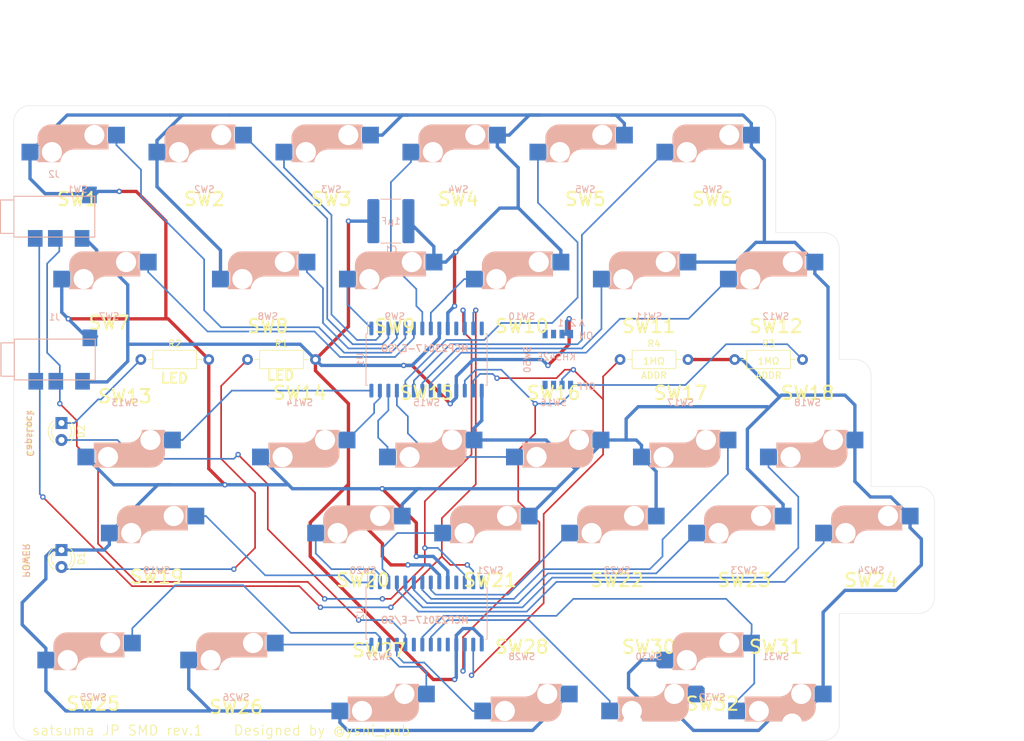
<source format=kicad_pcb>
(kicad_pcb (version 20171130) (host pcbnew 5.1.2-f72e74a~84~ubuntu18.04.1)
  (layers (0 F.Cu signal) (31 B.Cu signal) (34 B.Paste user) (35 F.Paste user) (36 B.SilkS user) (37 F.SilkS user) (38 B.Mask user) (39 F.Mask user) (44 Edge.Cuts user))
  (net 0 "")
  (net 1 GND)
  (net 2 VCC)
  (net 3 SDA)
  (net 4 SCL)
  (net 5 SW1)
  (net 6 SW2)
  (net 7 SW3)
  (net 8 SW4)
  (net 9 SW5)
  (net 10 SW6)
  (net 11 SW7)
  (net 12 SW8)
  (net 13 SW9)
  (net 14 SW10)
  (net 15 SW11)
  (net 16 SW12)
  (net 17 SW13)
  (net 18 SW14)
  (net 19 SW15)
  (net 20 SW16)
  (net 21 SW17)
  (net 22 SW18)
  (net 23 SW19)
  (net 24 SW20)
  (net 25 SW21)
  (net 26 SW22)
  (net 27 SW23)
  (net 28 SW24)
  (net 29 SW25)
  (net 30 SW26)
  (net 31 SW27)
  (net 32 SW28)
  (net 33 SW30)
  (net 34 A1)
  (net 35 A2)
  (net 36 "Net-(U1-Pad14)")
  (net 37 "Net-(U1-Pad11)")
  (net 38 "Net-(U1-Pad20)")
  (net 39 "Net-(U1-Pad19)")
  (net 40 "Net-(U2-Pad14)")
  (net 41 "Net-(U2-Pad11)")
  (net 42 "Net-(U2-Pad20)")
  (net 43 "Net-(U2-Pad19)")
  (net 44 "Net-(D1-Pad2)")
  (net 45 SW31)
  (net 46 "Net-(SW50-Pad6)")
  (net 47 "Net-(SW50-Pad5)")
  (net 48 "Net-(SW50-Pad4)")
  (net 49 Caps)
  (net 50 "Net-(D2-Pad1)")
  (net 51 "Net-(SW50-Pad3)")
  (net 52 "Net-(U2-Pad23)")
  (module MX_Socket:MXOnly-2.25U-Hotswap (layer F.Cu) (at 102.125 123.5)
    (fp_text reference SW19)
    (fp_text value SW_Push)
    (fp_text user %R (at 0 4) (layer F.SilkS) (effects (font (size 2 2) (thickness 0.3))))
    (fp_text user %R (at 0 3.048) (layer B.SilkS) (effects (justify mirror)))
    (pad "" np_thru_hole circle (at -11.938 8.255) (size 3.9878 3.9878) (drill 3.9878) (layers *.Cu *.Mask))
    (pad "" np_thru_hole circle (at 11.938 8.255) (size 3.9878 3.9878) (drill 3.9878) (layers *.Cu *.Mask))
    (pad "" np_thru_hole circle (at -11.938 -6.985) (size 3.048 3.048) (drill 3.048) (layers *.Cu *.Mask))
    (pad "" np_thru_hole circle (at 11.938 -6.985) (size 3.048 3.048) (drill 3.048) (layers *.Cu *.Mask))
    (pad 2 smd rect (at 5.842 -5.08) (size 2.55 2.5) (layers B.Cu B.Paste B.Mask) (net 23 SW19))
    (pad 1 smd rect (at -7.085 -2.54) (size 2.55 2.5) (layers B.Cu B.Paste B.Mask) (net 1 GND))
    (pad "" np_thru_hole circle (at 5.08 0 48.0996) (size 1.75 1.75) (drill 1.75) (layers *.Cu *.Mask))
    (pad "" np_thru_hole circle (at -5.08 0 48.0996) (size 1.75 1.75) (drill 1.75) (layers *.Cu *.Mask))
    (pad "" np_thru_hole circle (at -3.81 -2.54) (size 3 3) (drill 3) (layers *.Cu *.Mask))
    (pad "" np_thru_hole circle (at 0 0) (size 3.9878 3.9878) (drill 3.9878) (layers *.Cu *.Mask))
    (pad "" np_thru_hole circle (at 2.54 -5.08) (size 3 3) (drill 3) (layers *.Cu *.Mask))
  )
  (module lib:MountingHole_2.2mm_M2 (layer F.Cu) (at 123.475 132.975)
    (fp_text reference "" (at 0 -3.2) (layer F.SilkS))
    (fp_text value M2)
    (pad 1 np_thru_hole circle (at 0 0) (size 2.2 2.2) (drill 2.2) (layers *.Cu *.Mask))
  )
  (module lib:PJ-320D (layer B.Cu) (at 80.75 73.625)
    (fp_text reference J2 (at 6 -6.35) (layer B.SilkS) (effects (justify mirror)))
    (fp_text value Modulo-Jack)
    (pad B smd rect (at 3.2 3.25) (size 2.2 2.5) (layers B.Cu B.Paste B.Mask) (net 3 SDA))
    (pad C smd rect (at 6.2 3.25) (size 2.2 2.5) (layers B.Cu B.Paste B.Mask) (net 4 SCL))
    (pad D smd rect (at 10.2 3.25) (size 2.2 2.5) (layers B.Cu B.Paste B.Mask) (net 2 VCC))
    (pad A smd rect (at 11.3 -3.25) (size 2.2 2.5) (layers B.Cu B.Paste B.Mask) (net 1 GND))
    (pad "" np_thru_hole circle (at 8.6 0) (size 1.5 1.5) (drill 1.5) (layers *.Cu *.Mask))
    (pad "" np_thru_hole circle (at 1.6 0) (size 1.5 1.5) (drill 1.5) (layers *.Cu *.Mask))
  )
  (module lib:PJ-320D (layer B.Cu) (at 80.825 95)
    (fp_text reference J1 (at 6 -6.35) (layer B.SilkS) (effects (justify mirror)))
    (fp_text value Modulo-Jack)
    (pad B smd rect (at 3.2 3.25) (size 2.2 2.5) (layers B.Cu B.Paste B.Mask) (net 3 SDA))
    (pad C smd rect (at 6.2 3.25) (size 2.2 2.5) (layers B.Cu B.Paste B.Mask) (net 4 SCL))
    (pad D smd rect (at 10.2 3.25) (size 2.2 2.5) (layers B.Cu B.Paste B.Mask) (net 2 VCC))
    (pad A smd rect (at 11.3 -3.25) (size 2.2 2.5) (layers B.Cu B.Paste B.Mask) (net 1 GND))
    (pad "" np_thru_hole circle (at 8.6 0) (size 1.5 1.5) (drill 1.5) (layers *.Cu *.Mask))
    (pad "" np_thru_hole circle (at 1.6 0) (size 1.5 1.5) (drill 1.5) (layers *.Cu *.Mask))
  )
  (module Package_SO:SOIC-28W_7.5x17.9mm_P1.27mm (layer B.Cu) (at 142.5 133 270)
    (fp_text reference U2 (at 0 9.9 90) (layer B.SilkS) (effects (justify mirror)))
    (fp_text value MCP23017_SP)
    (pad 28 smd roundrect (at 4.65 8.255 270) (size 2.05 0.6) (layers B.Cu B.Paste B.Mask) (net 30 SW26))
    (pad 27 smd roundrect (at 4.65 6.985 270) (size 2.05 0.6) (layers B.Cu B.Paste B.Mask) (net 29 SW25))
    (pad 26 smd roundrect (at 4.65 5.715 270) (size 2.05 0.6) (layers B.Cu B.Paste B.Mask) (net 31 SW27))
    (pad 25 smd roundrect (at 4.65 4.445 270) (size 2.05 0.6) (layers B.Cu B.Paste B.Mask) (net 32 SW28))
    (pad 24 smd roundrect (at 4.65 3.175 270) (size 2.05 0.6) (layers B.Cu B.Paste B.Mask) (net 49 Caps))
    (pad 23 smd roundrect (at 4.65 1.905 270) (size 2.05 0.6) (layers B.Cu B.Paste B.Mask) (net 52 "Net-(U2-Pad23)"))
    (pad 22 smd roundrect (at 4.65 0.635 270) (size 2.05 0.6) (layers B.Cu B.Paste B.Mask) (net 45 SW31))
    (pad 21 smd roundrect (at 4.65 -0.635 270) (size 2.05 0.6) (layers B.Cu B.Paste B.Mask) (net 33 SW30))
    (pad 20 smd roundrect (at 4.65 -1.905 270) (size 2.05 0.6) (layers B.Cu B.Paste B.Mask) (net 42 "Net-(U2-Pad20)"))
    (pad 19 smd roundrect (at 4.65 -3.175 270) (size 2.05 0.6) (layers B.Cu B.Paste B.Mask) (net 43 "Net-(U2-Pad19)"))
    (pad 18 smd roundrect (at 4.65 -4.445 270) (size 2.05 0.6) (layers B.Cu B.Paste B.Mask) (net 2 VCC))
    (pad 17 smd roundrect (at 4.65 -5.715 270) (size 2.05 0.6) (layers B.Cu B.Paste B.Mask) (net 35 A2))
    (pad 16 smd roundrect (at 4.65 -6.985 270) (size 2.05 0.6) (layers B.Cu B.Paste B.Mask) (net 34 A1))
    (pad 15 smd roundrect (at 4.65 -8.255 270) (size 2.05 0.6) (layers B.Cu B.Paste B.Mask) (net 2 VCC))
    (pad 14 smd roundrect (at -4.65 -8.255 270) (size 2.05 0.6) (layers B.Cu B.Paste B.Mask) (net 40 "Net-(U2-Pad14)"))
    (pad 13 smd roundrect (at -4.65 -6.985 270) (size 2.05 0.6) (layers B.Cu B.Paste B.Mask) (net 3 SDA))
    (pad 12 smd roundrect (at -4.65 -5.715 270) (size 2.05 0.6) (layers B.Cu B.Paste B.Mask) (net 4 SCL))
    (pad 11 smd roundrect (at -4.65 -4.445 270) (size 2.05 0.6) (layers B.Cu B.Paste B.Mask) (net 41 "Net-(U2-Pad11)"))
    (pad 10 smd roundrect (at -4.65 -3.175 270) (size 2.05 0.6) (layers B.Cu B.Paste B.Mask) (net 1 GND))
    (pad 9 smd roundrect (at -4.65 -1.905 270) (size 2.05 0.6) (layers B.Cu B.Paste B.Mask) (net 2 VCC))
    (pad 8 smd roundrect (at -4.65 -0.635 270) (size 2.05 0.6) (layers B.Cu B.Paste B.Mask) (net 26 SW22))
    (pad 7 smd roundrect (at -4.65 0.635 270) (size 2.05 0.6) (layers B.Cu B.Paste B.Mask) (net 21 SW17))
    (pad 6 smd roundrect (at -4.65 1.905 270) (size 2.05 0.6) (layers B.Cu B.Paste B.Mask) (net 27 SW23))
    (pad 5 smd roundrect (at -4.65 3.175 270) (size 2.05 0.6) (layers B.Cu B.Paste B.Mask) (net 22 SW18))
    (pad 4 smd roundrect (at -4.65 4.445 270) (size 2.05 0.6) (layers B.Cu B.Paste B.Mask) (net 28 SW24))
    (pad 3 smd roundrect (at -4.65 5.715 270) (size 2.05 0.6) (layers B.Cu B.Paste B.Mask) (net 25 SW21))
    (pad 2 smd roundrect (at -4.65 6.985 270) (size 2.05 0.6) (layers B.Cu B.Paste B.Mask) (net 24 SW20))
    (pad 1 smd roundrect (at -4.65 8.255 270) (size 2.05 0.6) (layers B.Cu B.Paste B.Mask) (net 23 SW19))
  )
  (module Package_SO:SOIC-28W_7.5x17.9mm_P1.27mm (layer B.Cu) (at 142.5 95 270)
    (fp_text reference U1 (at 0 9.9 90) (layer B.SilkS) (effects (justify mirror)))
    (fp_text value MCP23017_SP)
    (pad 28 smd roundrect (at 4.65 8.255 270) (size 2.05 0.6) (layers B.Cu B.Paste B.Mask) (net 17 SW13))
    (pad 27 smd roundrect (at 4.65 6.985 270) (size 2.05 0.6) (layers B.Cu B.Paste B.Mask) (net 18 SW14))
    (pad 26 smd roundrect (at 4.65 5.715 270) (size 2.05 0.6) (layers B.Cu B.Paste B.Mask) (net 19 SW15))
    (pad 25 smd roundrect (at 4.65 4.445 270) (size 2.05 0.6) (layers B.Cu B.Paste B.Mask) (net 20 SW16))
    (pad 24 smd roundrect (at 4.65 3.175 270) (size 2.05 0.6) (layers B.Cu B.Paste B.Mask) (net 9 SW5))
    (pad 23 smd roundrect (at 4.65 1.905 270) (size 2.05 0.6) (layers B.Cu B.Paste B.Mask) (net 10 SW6))
    (pad 22 smd roundrect (at 4.65 0.635 270) (size 2.05 0.6) (layers B.Cu B.Paste B.Mask) (net 15 SW11))
    (pad 21 smd roundrect (at 4.65 -0.635 270) (size 2.05 0.6) (layers B.Cu B.Paste B.Mask) (net 16 SW12))
    (pad 20 smd roundrect (at 4.65 -1.905 270) (size 2.05 0.6) (layers B.Cu B.Paste B.Mask) (net 38 "Net-(U1-Pad20)"))
    (pad 19 smd roundrect (at 4.65 -3.175 270) (size 2.05 0.6) (layers B.Cu B.Paste B.Mask) (net 39 "Net-(U1-Pad19)"))
    (pad 18 smd roundrect (at 4.65 -4.445 270) (size 2.05 0.6) (layers B.Cu B.Paste B.Mask) (net 2 VCC))
    (pad 17 smd roundrect (at 4.65 -5.715 270) (size 2.05 0.6) (layers B.Cu B.Paste B.Mask) (net 35 A2))
    (pad 16 smd roundrect (at 4.65 -6.985 270) (size 2.05 0.6) (layers B.Cu B.Paste B.Mask) (net 34 A1))
    (pad 15 smd roundrect (at 4.65 -8.255 270) (size 2.05 0.6) (layers B.Cu B.Paste B.Mask) (net 1 GND))
    (pad 14 smd roundrect (at -4.65 -8.255 270) (size 2.05 0.6) (layers B.Cu B.Paste B.Mask) (net 36 "Net-(U1-Pad14)"))
    (pad 13 smd roundrect (at -4.65 -6.985 270) (size 2.05 0.6) (layers B.Cu B.Paste B.Mask) (net 3 SDA))
    (pad 12 smd roundrect (at -4.65 -5.715 270) (size 2.05 0.6) (layers B.Cu B.Paste B.Mask) (net 4 SCL))
    (pad 11 smd roundrect (at -4.65 -4.445 270) (size 2.05 0.6) (layers B.Cu B.Paste B.Mask) (net 37 "Net-(U1-Pad11)"))
    (pad 10 smd roundrect (at -4.65 -3.175 270) (size 2.05 0.6) (layers B.Cu B.Paste B.Mask) (net 1 GND))
    (pad 9 smd roundrect (at -4.65 -1.905 270) (size 2.05 0.6) (layers B.Cu B.Paste B.Mask) (net 2 VCC))
    (pad 8 smd roundrect (at -4.65 -0.635 270) (size 2.05 0.6) (layers B.Cu B.Paste B.Mask) (net 14 SW10))
    (pad 7 smd roundrect (at -4.65 0.635 270) (size 2.05 0.6) (layers B.Cu B.Paste B.Mask) (net 8 SW4))
    (pad 6 smd roundrect (at -4.65 1.905 270) (size 2.05 0.6) (layers B.Cu B.Paste B.Mask) (net 11 SW7))
    (pad 5 smd roundrect (at -4.65 3.175 270) (size 2.05 0.6) (layers B.Cu B.Paste B.Mask) (net 5 SW1))
    (pad 4 smd roundrect (at -4.65 4.445 270) (size 2.05 0.6) (layers B.Cu B.Paste B.Mask) (net 12 SW8))
    (pad 3 smd roundrect (at -4.65 5.715 270) (size 2.05 0.6) (layers B.Cu B.Paste B.Mask) (net 6 SW2))
    (pad 2 smd roundrect (at -4.65 6.985 270) (size 2.05 0.6) (layers B.Cu B.Paste B.Mask) (net 7 SW3))
    (pad 1 smd roundrect (at -4.65 8.255 270) (size 2.05 0.6) (layers B.Cu B.Paste B.Mask) (net 13 SW9))
  )
  (module lib:KHS42 (layer B.Cu) (at 162.77 95 90)
    (fp_text reference SW50 (at 0 -5.2 90) (layer B.SilkS) (effects (justify mirror)))
    (fp_text value SW_DIP_x04)
    (pad 5 smd rect (at 3.81 -2.54 90) (size 1.27 0.76) (layers B.Cu B.Paste B.Mask) (net 47 "Net-(SW50-Pad5)"))
    (pad 6 smd rect (at 3.81 -1.27 90) (size 1.27 0.76) (layers B.Cu B.Paste B.Mask) (net 46 "Net-(SW50-Pad6)"))
    (pad 7 smd rect (at 3.81 0 90) (size 1.27 0.76) (layers B.Cu B.Paste B.Mask) (net 2 VCC))
    (pad 8 smd rect (at 3.81 1.27 90) (size 1.27 0.76) (layers B.Cu B.Paste B.Mask) (net 2 VCC))
    (pad 4 smd rect (at -3.81 -2.54 90) (size 1.27 0.76) (layers B.Cu B.Paste B.Mask) (net 48 "Net-(SW50-Pad4)"))
    (pad 3 smd rect (at -3.81 -1.27 90) (size 1.27 0.76) (layers B.Cu B.Paste B.Mask) (net 51 "Net-(SW50-Pad3)"))
    (pad 2 smd rect (at -3.81 0 90) (size 1.27 0.76) (layers B.Cu B.Paste B.Mask) (net 34 A1))
    (pad 1 smd rect (at -3.81 1.27 90) (size 1.27 0.76) (layers B.Cu B.Paste B.Mask) (net 35 A2))
  )
  (module Resistor_THT:R_Axial_DIN0207_L6.3mm_D2.5mm_P10.16mm_Horizontal (layer F.Cu) (at 171.45 95)
    (fp_text reference R4 (at 5.08 -2.37) (layer F.SilkS))
    (fp_text value R)
    (pad 2 thru_hole oval (at 10.16 0) (size 1.6 1.6) (drill 0.8) (layers *.Cu *.Mask) (net 1 GND))
    (pad 1 thru_hole circle (at 0 0) (size 1.6 1.6) (drill 0.8) (layers *.Cu *.Mask) (net 34 A1))
  )
  (module Resistor_THT:R_Axial_DIN0207_L6.3mm_D2.5mm_P10.16mm_Horizontal (layer F.Cu) (at 198.755 95 180)
    (fp_text reference R3 (at 5.08 2.375) (layer F.SilkS))
    (fp_text value R)
    (pad 2 thru_hole oval (at 10.16 0 180) (size 1.6 1.6) (drill 0.8) (layers *.Cu *.Mask) (net 1 GND))
    (pad 1 thru_hole circle (at 0 0 180) (size 1.6 1.6) (drill 0.8) (layers *.Cu *.Mask) (net 35 A2))
  )
  (module Capacitor_SMD:C_2225_5664Metric_Pad1.80x6.60mm_HandSolder (layer B.Cu) (at 137.16 74.295)
    (fp_text reference C1 (at 0 4.25 180) (layer B.SilkS) (effects (justify mirror)))
    (fp_text value C)
    (pad 2 smd roundrect (at 2.625 0) (size 1.8 6.6) (layers B.Cu B.Paste B.Mask) (roundrect_rratio 0.138889) (net 1 GND))
    (pad 1 smd roundrect (at -2.625 0) (size 1.8 6.6) (layers B.Cu B.Paste B.Mask) (roundrect_rratio 0.138889) (net 2 VCC))
  )
  (module Resistor_THT:R_Axial_DIN0207_L6.3mm_D2.5mm_P10.16mm_Horizontal (layer F.Cu) (at 99.75 95)
    (fp_text reference R2 (at 5.08 -2.37) (layer F.SilkS))
    (fp_text value R)
    (pad 2 thru_hole oval (at 10.16 0) (size 1.6 1.6) (drill 0.8) (layers *.Cu *.Mask) (net 1 GND))
    (pad 1 thru_hole circle (at 0 0) (size 1.6 1.6) (drill 0.8) (layers *.Cu *.Mask) (net 50 "Net-(D2-Pad1)"))
  )
  (module LED_THT:LED_D3.0mm (layer F.Cu) (at 87.875 104.5 270)
    (fp_text reference D2 (at 1.27 -2.96 90) (layer F.SilkS))
    (fp_text value LED)
    (pad 2 thru_hole circle (at 2.54 0 270) (size 1.8 1.8) (drill 0.9) (layers *.Cu *.Mask) (net 49 Caps))
    (pad 1 thru_hole rect (at 0 0 270) (size 1.8 1.8) (drill 0.9) (layers *.Cu *.Mask) (net 50 "Net-(D2-Pad1)"))
  )
  (module lib:MountingHole_2.2mm_M2 (layer F.Cu) (at 166.25 133)
    (fp_text reference "" (at 0 -3.2) (layer F.SilkS))
    (fp_text value M2)
    (pad 1 np_thru_hole circle (at 0 0) (size 2.2 2.2) (drill 2.2) (layers *.Cu *.Mask))
  )
  (module MX_Socket:MXOnly-2U-Hotswap-ReversedStabilizers (layer F.Cu) (at 185.25 142.5)
    (fp_text reference SW32)
    (fp_text value SW_Push)
    (fp_text user %R (at 0 4) (layer F.SilkS) (effects (font (size 2 2) (thickness 0.3))))
    (fp_text user %R (at 0 3.048) (layer B.SilkS) (effects (justify mirror)))
    (pad "" np_thru_hole circle (at -11.938 -8.255) (size 3.9878 3.9878) (drill 3.9878) (layers *.Cu *.Mask))
    (pad "" np_thru_hole circle (at 11.938 -8.255) (size 3.9878 3.9878) (drill 3.9878) (layers *.Cu *.Mask))
    (pad "" np_thru_hole circle (at -11.938 6.985) (size 3.048 3.048) (drill 3.048) (layers *.Cu *.Mask))
    (pad "" np_thru_hole circle (at 11.938 6.985) (size 3.048 3.048) (drill 3.048) (layers *.Cu *.Mask))
    (pad 2 smd rect (at 5.842 -5.08) (size 2.55 2.5) (layers B.Cu B.Paste B.Mask) (net 45 SW31))
    (pad 1 smd rect (at -7.085 -2.54) (size 2.55 2.5) (layers B.Cu B.Paste B.Mask) (net 1 GND))
    (pad "" np_thru_hole circle (at 5.08 0 48.0996) (size 1.75 1.75) (drill 1.75) (layers *.Cu *.Mask))
    (pad "" np_thru_hole circle (at -5.08 0 48.0996) (size 1.75 1.75) (drill 1.75) (layers *.Cu *.Mask))
    (pad "" np_thru_hole circle (at -3.81 -2.54) (size 3 3) (drill 3) (layers *.Cu *.Mask))
    (pad "" np_thru_hole circle (at 0 0) (size 3.9878 3.9878) (drill 3.9878) (layers *.Cu *.Mask))
    (pad "" np_thru_hole circle (at 2.54 -5.08) (size 3 3) (drill 3) (layers *.Cu *.Mask))
  )
  (module MX_Socket:MXOnly-1U-Hotswap (layer F.Cu) (at 194.75 142.5 180)
    (fp_text reference SW31)
    (fp_text value SW_Push)
    (fp_text user %R (at 0 4.5) (layer F.SilkS) (effects (font (size 2 2) (thickness 0.3))))
    (fp_text user %R (at 0 3.048) (layer B.SilkS) (effects (justify mirror)))
    (pad 2 smd rect (at 5.842 -5.08 180) (size 2.55 2.5) (layers B.Cu B.Paste B.Mask) (net 45 SW31))
    (pad 1 smd rect (at -7.085 -2.54 180) (size 2.55 2.5) (layers B.Cu B.Paste B.Mask) (net 1 GND))
    (pad "" np_thru_hole circle (at 5.08 0 228.0996) (size 1.75 1.75) (drill 1.75) (layers *.Cu *.Mask))
    (pad "" np_thru_hole circle (at -5.08 0 228.0996) (size 1.75 1.75) (drill 1.75) (layers *.Cu *.Mask))
    (pad "" np_thru_hole circle (at -3.81 -2.54 180) (size 3 3) (drill 3) (layers *.Cu *.Mask))
    (pad "" np_thru_hole circle (at 0 0 180) (size 3.9878 3.9878) (drill 3.9878) (layers *.Cu *.Mask))
    (pad "" np_thru_hole circle (at 2.54 -5.08 180) (size 3 3) (drill 3) (layers *.Cu *.Mask))
  )
  (module MX_Socket:MXOnly-1U-Hotswap (layer F.Cu) (at 114 142.5)
    (fp_text reference SW26)
    (fp_text value SW_Push)
    (fp_text user %R (at 0 4.5) (layer F.SilkS) (effects (font (size 2 2) (thickness 0.3))))
    (fp_text user %R (at 0 3.048) (layer B.SilkS) (effects (justify mirror)))
    (pad 2 smd rect (at 5.842 -5.08) (size 2.55 2.5) (layers B.Cu B.Paste B.Mask) (net 30 SW26))
    (pad 1 smd rect (at -7.085 -2.54) (size 2.55 2.5) (layers B.Cu B.Paste B.Mask) (net 1 GND))
    (pad "" np_thru_hole circle (at 5.08 0 48.0996) (size 1.75 1.75) (drill 1.75) (layers *.Cu *.Mask))
    (pad "" np_thru_hole circle (at -5.08 0 48.0996) (size 1.75 1.75) (drill 1.75) (layers *.Cu *.Mask))
    (pad "" np_thru_hole circle (at -3.81 -2.54) (size 3 3) (drill 3) (layers *.Cu *.Mask))
    (pad "" np_thru_hole circle (at 0 0) (size 3.9878 3.9878) (drill 3.9878) (layers *.Cu *.Mask))
    (pad "" np_thru_hole circle (at 2.54 -5.08) (size 3 3) (drill 3) (layers *.Cu *.Mask))
  )
  (module lib:MountingHole_2.2mm_M2 (layer F.Cu) (at 99.75 76)
    (fp_text reference "" (at 0 -3.2) (layer F.SilkS))
    (fp_text value M2)
    (pad 1 np_thru_hole circle (at 0 0) (size 2.2 2.2) (drill 2.2) (layers *.Cu *.Mask))
  )
  (module lib:MountingHole_2.2mm_M2 (layer F.Cu) (at 185.25 76)
    (fp_text reference "" (at 0 -3.2) (layer F.SilkS))
    (fp_text value M2)
    (pad 1 np_thru_hole circle (at 0 0) (size 2.2 2.2) (drill 2.2) (layers *.Cu *.Mask))
  )
  (module lib:MountingHole_2.2mm_M2 (layer F.Cu) (at 199.5 114)
    (fp_text reference "" (at 0 -3.2) (layer F.SilkS))
    (fp_text value M2)
    (pad 1 np_thru_hole circle (at 0 0) (size 2.2 2.2) (drill 2.2) (layers *.Cu *.Mask))
  )
  (module lib:MountingHole_2.2mm_M2 (layer F.Cu) (at 185.25 133)
    (fp_text reference "" (at 0 -3.2) (layer F.SilkS))
    (fp_text value M2)
    (pad 1 np_thru_hole circle (at 0 0) (size 2.2 2.2) (drill 2.2) (layers *.Cu *.Mask))
  )
  (module lib:MountingHole_2.2mm_M2 (layer F.Cu) (at 84.535 133)
    (fp_text reference "" (at 0 -3.2) (layer F.SilkS))
    (fp_text value M2)
    (pad 1 np_thru_hole circle (at 0 0) (size 2.2 2.2) (drill 2.2) (layers *.Cu *.Mask))
  )
  (module Resistor_THT:R_Axial_DIN0207_L6.3mm_D2.5mm_P10.16mm_Horizontal (layer F.Cu) (at 125.875 95 180)
    (fp_text reference R1 (at 5.08 2.375) (layer F.SilkS))
    (fp_text value R)
    (pad 2 thru_hole oval (at 10.16 0 180) (size 1.6 1.6) (drill 0.8) (layers *.Cu *.Mask) (net 44 "Net-(D1-Pad2)"))
    (pad 1 thru_hole circle (at 0 0 180) (size 1.6 1.6) (drill 0.8) (layers *.Cu *.Mask) (net 2 VCC))
  )
  (module LED_THT:LED_D3.0mm (layer F.Cu) (at 87.875 123.5 270)
    (fp_text reference D1 (at 1.27 -2.96 90) (layer F.SilkS))
    (fp_text value LED)
    (pad 2 thru_hole circle (at 2.54 0 270) (size 1.8 1.8) (drill 0.9) (layers *.Cu *.Mask) (net 44 "Net-(D1-Pad2)"))
    (pad 1 thru_hole rect (at 0 0 270) (size 1.8 1.8) (drill 0.9) (layers *.Cu *.Mask) (net 1 GND))
  )
  (module MX_Socket:MXOnly-1U-Hotswap (layer F.Cu) (at 175.75 142.5 180)
    (fp_text reference SW30)
    (fp_text value SW_Push)
    (fp_text user %R (at 0 4.5) (layer F.SilkS) (effects (font (size 2 2) (thickness 0.3))))
    (fp_text user %R (at 0 3.048) (layer B.SilkS) (effects (justify mirror)))
    (pad 2 smd rect (at 5.842 -5.08 180) (size 2.55 2.5) (layers B.Cu B.Paste B.Mask) (net 33 SW30))
    (pad 1 smd rect (at -7.085 -2.54 180) (size 2.55 2.5) (layers B.Cu B.Paste B.Mask) (net 1 GND))
    (pad "" np_thru_hole circle (at 5.08 0 228.0996) (size 1.75 1.75) (drill 1.75) (layers *.Cu *.Mask))
    (pad "" np_thru_hole circle (at -5.08 0 228.0996) (size 1.75 1.75) (drill 1.75) (layers *.Cu *.Mask))
    (pad "" np_thru_hole circle (at -3.81 -2.54 180) (size 3 3) (drill 3) (layers *.Cu *.Mask))
    (pad "" np_thru_hole circle (at 0 0 180) (size 3.9878 3.9878) (drill 3.9878) (layers *.Cu *.Mask))
    (pad "" np_thru_hole circle (at 2.54 -5.08 180) (size 3 3) (drill 3) (layers *.Cu *.Mask))
  )
  (module MX_Socket:MXOnly-1U-Hotswap (layer F.Cu) (at 156.75 142.5 180)
    (fp_text reference SW28)
    (fp_text value SW_Push)
    (fp_text user %R (at 0 4.5) (layer F.SilkS) (effects (font (size 2 2) (thickness 0.3))))
    (fp_text user %R (at 0 3.048) (layer B.SilkS) (effects (justify mirror)))
    (pad 2 smd rect (at 5.842 -5.08 180) (size 2.55 2.5) (layers B.Cu B.Paste B.Mask) (net 32 SW28))
    (pad 1 smd rect (at -7.085 -2.54 180) (size 2.55 2.5) (layers B.Cu B.Paste B.Mask) (net 1 GND))
    (pad "" np_thru_hole circle (at 5.08 0 228.0996) (size 1.75 1.75) (drill 1.75) (layers *.Cu *.Mask))
    (pad "" np_thru_hole circle (at -5.08 0 228.0996) (size 1.75 1.75) (drill 1.75) (layers *.Cu *.Mask))
    (pad "" np_thru_hole circle (at -3.81 -2.54 180) (size 3 3) (drill 3) (layers *.Cu *.Mask))
    (pad "" np_thru_hole circle (at 0 0 180) (size 3.9878 3.9878) (drill 3.9878) (layers *.Cu *.Mask))
    (pad "" np_thru_hole circle (at 2.54 -5.08 180) (size 3 3) (drill 3) (layers *.Cu *.Mask))
  )
  (module MX_Socket:MXOnly-1.25U-Hotswap (layer F.Cu) (at 135.375 142.5 180)
    (fp_text reference SW27)
    (fp_text value SW_Push)
    (fp_text user %R (at 0 4) (layer F.SilkS) (effects (font (size 2 2) (thickness 0.3))))
    (fp_text user %R (at 0 3.048) (layer B.SilkS) (effects (justify mirror)))
    (pad 2 smd rect (at 5.842 -5.08 180) (size 2.55 2.5) (layers B.Cu B.Paste B.Mask) (net 1 GND))
    (pad 1 smd rect (at -7.085 -2.54 180) (size 2.55 2.5) (layers B.Cu B.Paste B.Mask) (net 31 SW27))
    (pad "" np_thru_hole circle (at 5.08 0 228.0996) (size 1.75 1.75) (drill 1.75) (layers *.Cu *.Mask))
    (pad "" np_thru_hole circle (at -5.08 0 228.0996) (size 1.75 1.75) (drill 1.75) (layers *.Cu *.Mask))
    (pad "" np_thru_hole circle (at -3.81 -2.54 180) (size 3 3) (drill 3) (layers *.Cu *.Mask))
    (pad "" np_thru_hole circle (at 0 0 180) (size 3.9878 3.9878) (drill 3.9878) (layers *.Cu *.Mask))
    (pad "" np_thru_hole circle (at 2.54 -5.08 180) (size 3 3) (drill 3) (layers *.Cu *.Mask))
  )
  (module MX_Socket:MXOnly-1.25U-Hotswap (layer F.Cu) (at 92.625 142.5)
    (fp_text reference SW25)
    (fp_text value SW_Push)
    (fp_text user %R (at 0 4) (layer F.SilkS) (effects (font (size 2 2) (thickness 0.3))))
    (fp_text user %R (at 0 3.048) (layer B.SilkS) (effects (justify mirror)))
    (pad 2 smd rect (at 5.842 -5.08) (size 2.55 2.5) (layers B.Cu B.Paste B.Mask) (net 29 SW25))
    (pad 1 smd rect (at -7.085 -2.54) (size 2.55 2.5) (layers B.Cu B.Paste B.Mask) (net 1 GND))
    (pad "" np_thru_hole circle (at 5.08 0 48.0996) (size 1.75 1.75) (drill 1.75) (layers *.Cu *.Mask))
    (pad "" np_thru_hole circle (at -5.08 0 48.0996) (size 1.75 1.75) (drill 1.75) (layers *.Cu *.Mask))
    (pad "" np_thru_hole circle (at -3.81 -2.54) (size 3 3) (drill 3) (layers *.Cu *.Mask))
    (pad "" np_thru_hole circle (at 0 0) (size 3.9878 3.9878) (drill 3.9878) (layers *.Cu *.Mask))
    (pad "" np_thru_hole circle (at 2.54 -5.08) (size 3 3) (drill 3) (layers *.Cu *.Mask))
  )
  (module MX_Socket:MXOnly-1U-Hotswap (layer F.Cu) (at 209 123.5)
    (fp_text reference SW24)
    (fp_text value SW_Push)
    (fp_text user %R (at 0 4.5) (layer F.SilkS) (effects (font (size 2 2) (thickness 0.3))))
    (fp_text user %R (at 0 3.048) (layer B.SilkS) (effects (justify mirror)))
    (pad 2 smd rect (at 5.842 -5.08) (size 2.55 2.5) (layers B.Cu B.Paste B.Mask) (net 1 GND))
    (pad 1 smd rect (at -7.085 -2.54) (size 2.55 2.5) (layers B.Cu B.Paste B.Mask) (net 28 SW24))
    (pad "" np_thru_hole circle (at 5.08 0 48.0996) (size 1.75 1.75) (drill 1.75) (layers *.Cu *.Mask))
    (pad "" np_thru_hole circle (at -5.08 0 48.0996) (size 1.75 1.75) (drill 1.75) (layers *.Cu *.Mask))
    (pad "" np_thru_hole circle (at -3.81 -2.54) (size 3 3) (drill 3) (layers *.Cu *.Mask))
    (pad "" np_thru_hole circle (at 0 0) (size 3.9878 3.9878) (drill 3.9878) (layers *.Cu *.Mask))
    (pad "" np_thru_hole circle (at 2.54 -5.08) (size 3 3) (drill 3) (layers *.Cu *.Mask))
  )
  (module MX_Socket:MXOnly-1U-Hotswap (layer F.Cu) (at 190 123.5)
    (fp_text reference SW23)
    (fp_text value SW_Push)
    (fp_text user %R (at 0 4.5) (layer F.SilkS) (effects (font (size 2 2) (thickness 0.3))))
    (fp_text user %R (at 0 3.048) (layer B.SilkS) (effects (justify mirror)))
    (pad 2 smd rect (at 5.842 -5.08) (size 2.55 2.5) (layers B.Cu B.Paste B.Mask) (net 1 GND))
    (pad 1 smd rect (at -7.085 -2.54) (size 2.55 2.5) (layers B.Cu B.Paste B.Mask) (net 27 SW23))
    (pad "" np_thru_hole circle (at 5.08 0 48.0996) (size 1.75 1.75) (drill 1.75) (layers *.Cu *.Mask))
    (pad "" np_thru_hole circle (at -5.08 0 48.0996) (size 1.75 1.75) (drill 1.75) (layers *.Cu *.Mask))
    (pad "" np_thru_hole circle (at -3.81 -2.54) (size 3 3) (drill 3) (layers *.Cu *.Mask))
    (pad "" np_thru_hole circle (at 0 0) (size 3.9878 3.9878) (drill 3.9878) (layers *.Cu *.Mask))
    (pad "" np_thru_hole circle (at 2.54 -5.08) (size 3 3) (drill 3) (layers *.Cu *.Mask))
  )
  (module MX_Socket:MXOnly-1U-Hotswap (layer F.Cu) (at 171 123.5)
    (fp_text reference SW22)
    (fp_text value SW_Push)
    (fp_text user %R (at 0 4.5) (layer F.SilkS) (effects (font (size 2 2) (thickness 0.3))))
    (fp_text user %R (at 0 3.048) (layer B.SilkS) (effects (justify mirror)))
    (pad 2 smd rect (at 5.842 -5.08) (size 2.55 2.5) (layers B.Cu B.Paste B.Mask) (net 1 GND))
    (pad 1 smd rect (at -7.085 -2.54) (size 2.55 2.5) (layers B.Cu B.Paste B.Mask) (net 26 SW22))
    (pad "" np_thru_hole circle (at 5.08 0 48.0996) (size 1.75 1.75) (drill 1.75) (layers *.Cu *.Mask))
    (pad "" np_thru_hole circle (at -5.08 0 48.0996) (size 1.75 1.75) (drill 1.75) (layers *.Cu *.Mask))
    (pad "" np_thru_hole circle (at -3.81 -2.54) (size 3 3) (drill 3) (layers *.Cu *.Mask))
    (pad "" np_thru_hole circle (at 0 0) (size 3.9878 3.9878) (drill 3.9878) (layers *.Cu *.Mask))
    (pad "" np_thru_hole circle (at 2.54 -5.08) (size 3 3) (drill 3) (layers *.Cu *.Mask))
  )
  (module MX_Socket:MXOnly-1U-Hotswap (layer F.Cu) (at 152 123.5)
    (fp_text reference SW21)
    (fp_text value SW_Push)
    (fp_text user %R (at 0 4.5) (layer F.SilkS) (effects (font (size 2 2) (thickness 0.3))))
    (fp_text user %R (at 0 3.048) (layer B.SilkS) (effects (justify mirror)))
    (pad 2 smd rect (at 5.842 -5.08) (size 2.55 2.5) (layers B.Cu B.Paste B.Mask) (net 1 GND))
    (pad 1 smd rect (at -7.085 -2.54) (size 2.55 2.5) (layers B.Cu B.Paste B.Mask) (net 25 SW21))
    (pad "" np_thru_hole circle (at 5.08 0 48.0996) (size 1.75 1.75) (drill 1.75) (layers *.Cu *.Mask))
    (pad "" np_thru_hole circle (at -5.08 0 48.0996) (size 1.75 1.75) (drill 1.75) (layers *.Cu *.Mask))
    (pad "" np_thru_hole circle (at -3.81 -2.54) (size 3 3) (drill 3) (layers *.Cu *.Mask))
    (pad "" np_thru_hole circle (at 0 0) (size 3.9878 3.9878) (drill 3.9878) (layers *.Cu *.Mask))
    (pad "" np_thru_hole circle (at 2.54 -5.08) (size 3 3) (drill 3) (layers *.Cu *.Mask))
  )
  (module MX_Socket:MXOnly-1U-Hotswap (layer F.Cu) (at 133 123.5)
    (fp_text reference SW20)
    (fp_text value SW_Push)
    (fp_text user %R (at 0 4.5) (layer F.SilkS) (effects (font (size 2 2) (thickness 0.3))))
    (fp_text user %R (at 0 3.048) (layer B.SilkS) (effects (justify mirror)))
    (pad 2 smd rect (at 5.842 -5.08) (size 2.55 2.5) (layers B.Cu B.Paste B.Mask) (net 1 GND))
    (pad 1 smd rect (at -7.085 -2.54) (size 2.55 2.5) (layers B.Cu B.Paste B.Mask) (net 24 SW20))
    (pad "" np_thru_hole circle (at 5.08 0 48.0996) (size 1.75 1.75) (drill 1.75) (layers *.Cu *.Mask))
    (pad "" np_thru_hole circle (at -5.08 0 48.0996) (size 1.75 1.75) (drill 1.75) (layers *.Cu *.Mask))
    (pad "" np_thru_hole circle (at -3.81 -2.54) (size 3 3) (drill 3) (layers *.Cu *.Mask))
    (pad "" np_thru_hole circle (at 0 0) (size 3.9878 3.9878) (drill 3.9878) (layers *.Cu *.Mask))
    (pad "" np_thru_hole circle (at 2.54 -5.08) (size 3 3) (drill 3) (layers *.Cu *.Mask))
  )
  (module MX_Socket:MXOnly-1U-Hotswap (layer F.Cu) (at 199.5 104.5 180)
    (fp_text reference SW18)
    (fp_text value SW_Push)
    (fp_text user %R (at 0 4.5) (layer F.SilkS) (effects (font (size 2 2) (thickness 0.3))))
    (fp_text user %R (at 0 3.048) (layer B.SilkS) (effects (justify mirror)))
    (pad 2 smd rect (at 5.842 -5.08 180) (size 2.55 2.5) (layers B.Cu B.Paste B.Mask) (net 22 SW18))
    (pad 1 smd rect (at -7.085 -2.54 180) (size 2.55 2.5) (layers B.Cu B.Paste B.Mask) (net 1 GND))
    (pad "" np_thru_hole circle (at 5.08 0 228.0996) (size 1.75 1.75) (drill 1.75) (layers *.Cu *.Mask))
    (pad "" np_thru_hole circle (at -5.08 0 228.0996) (size 1.75 1.75) (drill 1.75) (layers *.Cu *.Mask))
    (pad "" np_thru_hole circle (at -3.81 -2.54 180) (size 3 3) (drill 3) (layers *.Cu *.Mask))
    (pad "" np_thru_hole circle (at 0 0 180) (size 3.9878 3.9878) (drill 3.9878) (layers *.Cu *.Mask))
    (pad "" np_thru_hole circle (at 2.54 -5.08 180) (size 3 3) (drill 3) (layers *.Cu *.Mask))
  )
  (module MX_Socket:MXOnly-1U-Hotswap (layer F.Cu) (at 180.5 104.5 180)
    (fp_text reference SW17)
    (fp_text value SW_Push)
    (fp_text user %R (at 0 4.5) (layer F.SilkS) (effects (font (size 2 2) (thickness 0.3))))
    (fp_text user %R (at 0 3.048) (layer B.SilkS) (effects (justify mirror)))
    (pad 2 smd rect (at 5.842 -5.08 180) (size 2.55 2.5) (layers B.Cu B.Paste B.Mask) (net 1 GND))
    (pad 1 smd rect (at -7.085 -2.54 180) (size 2.55 2.5) (layers B.Cu B.Paste B.Mask) (net 21 SW17))
    (pad "" np_thru_hole circle (at 5.08 0 228.0996) (size 1.75 1.75) (drill 1.75) (layers *.Cu *.Mask))
    (pad "" np_thru_hole circle (at -5.08 0 228.0996) (size 1.75 1.75) (drill 1.75) (layers *.Cu *.Mask))
    (pad "" np_thru_hole circle (at -3.81 -2.54 180) (size 3 3) (drill 3) (layers *.Cu *.Mask))
    (pad "" np_thru_hole circle (at 0 0 180) (size 3.9878 3.9878) (drill 3.9878) (layers *.Cu *.Mask))
    (pad "" np_thru_hole circle (at 2.54 -5.08 180) (size 3 3) (drill 3) (layers *.Cu *.Mask))
  )
  (module MX_Socket:MXOnly-1U-Hotswap (layer F.Cu) (at 161.5 104.5 180)
    (fp_text reference SW16)
    (fp_text value SW_Push)
    (fp_text user %R (at 0 4.5) (layer F.SilkS) (effects (font (size 2 2) (thickness 0.3))))
    (fp_text user %R (at 0 3.048) (layer B.SilkS) (effects (justify mirror)))
    (pad 2 smd rect (at 5.842 -5.08 180) (size 2.55 2.5) (layers B.Cu B.Paste B.Mask) (net 20 SW16))
    (pad 1 smd rect (at -7.085 -2.54 180) (size 2.55 2.5) (layers B.Cu B.Paste B.Mask) (net 1 GND))
    (pad "" np_thru_hole circle (at 5.08 0 228.0996) (size 1.75 1.75) (drill 1.75) (layers *.Cu *.Mask))
    (pad "" np_thru_hole circle (at -5.08 0 228.0996) (size 1.75 1.75) (drill 1.75) (layers *.Cu *.Mask))
    (pad "" np_thru_hole circle (at -3.81 -2.54 180) (size 3 3) (drill 3) (layers *.Cu *.Mask))
    (pad "" np_thru_hole circle (at 0 0 180) (size 3.9878 3.9878) (drill 3.9878) (layers *.Cu *.Mask))
    (pad "" np_thru_hole circle (at 2.54 -5.08 180) (size 3 3) (drill 3) (layers *.Cu *.Mask))
  )
  (module MX_Socket:MXOnly-1U-Hotswap (layer F.Cu) (at 142.5 104.5 180)
    (fp_text reference SW15)
    (fp_text value SW_Push)
    (fp_text user %R (at 0 4.5) (layer F.SilkS) (effects (font (size 2 2) (thickness 0.3))))
    (fp_text user %R (at 0 3.048) (layer B.SilkS) (effects (justify mirror)))
    (pad 2 smd rect (at 5.842 -5.08 180) (size 2.55 2.5) (layers B.Cu B.Paste B.Mask) (net 19 SW15))
    (pad 1 smd rect (at -7.085 -2.54 180) (size 2.55 2.5) (layers B.Cu B.Paste B.Mask) (net 1 GND))
    (pad "" np_thru_hole circle (at 5.08 0 228.0996) (size 1.75 1.75) (drill 1.75) (layers *.Cu *.Mask))
    (pad "" np_thru_hole circle (at -5.08 0 228.0996) (size 1.75 1.75) (drill 1.75) (layers *.Cu *.Mask))
    (pad "" np_thru_hole circle (at -3.81 -2.54 180) (size 3 3) (drill 3) (layers *.Cu *.Mask))
    (pad "" np_thru_hole circle (at 0 0 180) (size 3.9878 3.9878) (drill 3.9878) (layers *.Cu *.Mask))
    (pad "" np_thru_hole circle (at 2.54 -5.08 180) (size 3 3) (drill 3) (layers *.Cu *.Mask))
  )
  (module MX_Socket:MXOnly-1U-Hotswap (layer F.Cu) (at 123.5 104.5 180)
    (fp_text reference SW14)
    (fp_text value SW_Push)
    (fp_text user %R (at 0 4.5) (layer F.SilkS) (effects (font (size 2 2) (thickness 0.3))))
    (fp_text user %R (at 0 3.048) (layer B.SilkS) (effects (justify mirror)))
    (pad 2 smd rect (at 5.842 -5.08 180) (size 2.55 2.5) (layers B.Cu B.Paste B.Mask) (net 1 GND))
    (pad 1 smd rect (at -7.085 -2.54 180) (size 2.55 2.5) (layers B.Cu B.Paste B.Mask) (net 18 SW14))
    (pad "" np_thru_hole circle (at 5.08 0 228.0996) (size 1.75 1.75) (drill 1.75) (layers *.Cu *.Mask))
    (pad "" np_thru_hole circle (at -5.08 0 228.0996) (size 1.75 1.75) (drill 1.75) (layers *.Cu *.Mask))
    (pad "" np_thru_hole circle (at -3.81 -2.54 180) (size 3 3) (drill 3) (layers *.Cu *.Mask))
    (pad "" np_thru_hole circle (at 0 0 180) (size 3.9878 3.9878) (drill 3.9878) (layers *.Cu *.Mask))
    (pad "" np_thru_hole circle (at 2.54 -5.08 180) (size 3 3) (drill 3) (layers *.Cu *.Mask))
  )
  (module MX_Socket:MXOnly-1.75U-Hotswap (layer F.Cu) (at 97.375 104.5 180)
    (fp_text reference SW13)
    (fp_text value SW_Push)
    (fp_text user %R (at 0 4) (layer F.SilkS) (effects (font (size 2 2) (thickness 0.3))))
    (fp_text user %R (at 0 3.048) (layer B.SilkS) (effects (justify mirror)))
    (pad 2 smd rect (at 5.842 -5.08 180) (size 2.55 2.5) (layers B.Cu B.Paste B.Mask) (net 1 GND))
    (pad 1 smd rect (at -7.085 -2.54 180) (size 2.55 2.5) (layers B.Cu B.Paste B.Mask) (net 17 SW13))
    (pad "" np_thru_hole circle (at 5.08 0 228.0996) (size 1.75 1.75) (drill 1.75) (layers *.Cu *.Mask))
    (pad "" np_thru_hole circle (at -5.08 0 228.0996) (size 1.75 1.75) (drill 1.75) (layers *.Cu *.Mask))
    (pad "" np_thru_hole circle (at -3.81 -2.54 180) (size 3 3) (drill 3) (layers *.Cu *.Mask))
    (pad "" np_thru_hole circle (at 0 0 180) (size 3.9878 3.9878) (drill 3.9878) (layers *.Cu *.Mask))
    (pad "" np_thru_hole circle (at 2.54 -5.08 180) (size 3 3) (drill 3) (layers *.Cu *.Mask))
  )
  (module MX_Socket:MXOnly-1U-Hotswap (layer F.Cu) (at 194.75 85.5)
    (fp_text reference SW12)
    (fp_text value SW_Push)
    (fp_text user %R (at 0 4.5) (layer F.SilkS) (effects (font (size 2 2) (thickness 0.3))))
    (fp_text user %R (at 0 3.048) (layer B.SilkS) (effects (justify mirror)))
    (pad 2 smd rect (at 5.842 -5.08) (size 2.55 2.5) (layers B.Cu B.Paste B.Mask) (net 1 GND))
    (pad 1 smd rect (at -7.085 -2.54) (size 2.55 2.5) (layers B.Cu B.Paste B.Mask) (net 16 SW12))
    (pad "" np_thru_hole circle (at 5.08 0 48.0996) (size 1.75 1.75) (drill 1.75) (layers *.Cu *.Mask))
    (pad "" np_thru_hole circle (at -5.08 0 48.0996) (size 1.75 1.75) (drill 1.75) (layers *.Cu *.Mask))
    (pad "" np_thru_hole circle (at -3.81 -2.54) (size 3 3) (drill 3) (layers *.Cu *.Mask))
    (pad "" np_thru_hole circle (at 0 0) (size 3.9878 3.9878) (drill 3.9878) (layers *.Cu *.Mask))
    (pad "" np_thru_hole circle (at 2.54 -5.08) (size 3 3) (drill 3) (layers *.Cu *.Mask))
  )
  (module MX_Socket:MXOnly-1U-Hotswap (layer F.Cu) (at 175.75 85.5)
    (fp_text reference SW11)
    (fp_text value SW_Push)
    (fp_text user %R (at 0 4.5) (layer F.SilkS) (effects (font (size 2 2) (thickness 0.3))))
    (fp_text user %R (at 0 3.048) (layer B.SilkS) (effects (justify mirror)))
    (pad 2 smd rect (at 5.842 -5.08) (size 2.55 2.5) (layers B.Cu B.Paste B.Mask) (net 1 GND))
    (pad 1 smd rect (at -7.085 -2.54) (size 2.55 2.5) (layers B.Cu B.Paste B.Mask) (net 15 SW11))
    (pad "" np_thru_hole circle (at 5.08 0 48.0996) (size 1.75 1.75) (drill 1.75) (layers *.Cu *.Mask))
    (pad "" np_thru_hole circle (at -5.08 0 48.0996) (size 1.75 1.75) (drill 1.75) (layers *.Cu *.Mask))
    (pad "" np_thru_hole circle (at -3.81 -2.54) (size 3 3) (drill 3) (layers *.Cu *.Mask))
    (pad "" np_thru_hole circle (at 0 0) (size 3.9878 3.9878) (drill 3.9878) (layers *.Cu *.Mask))
    (pad "" np_thru_hole circle (at 2.54 -5.08) (size 3 3) (drill 3) (layers *.Cu *.Mask))
  )
  (module MX_Socket:MXOnly-1U-Hotswap (layer F.Cu) (at 156.75 85.5)
    (fp_text reference SW10)
    (fp_text value SW_Push)
    (fp_text user %R (at 0 4.5) (layer F.SilkS) (effects (font (size 2 2) (thickness 0.3))))
    (fp_text user %R (at 0 3.048) (layer B.SilkS) (effects (justify mirror)))
    (pad 2 smd rect (at 5.842 -5.08) (size 2.55 2.5) (layers B.Cu B.Paste B.Mask) (net 1 GND))
    (pad 1 smd rect (at -7.085 -2.54) (size 2.55 2.5) (layers B.Cu B.Paste B.Mask) (net 14 SW10))
    (pad "" np_thru_hole circle (at 5.08 0 48.0996) (size 1.75 1.75) (drill 1.75) (layers *.Cu *.Mask))
    (pad "" np_thru_hole circle (at -5.08 0 48.0996) (size 1.75 1.75) (drill 1.75) (layers *.Cu *.Mask))
    (pad "" np_thru_hole circle (at -3.81 -2.54) (size 3 3) (drill 3) (layers *.Cu *.Mask))
    (pad "" np_thru_hole circle (at 0 0) (size 3.9878 3.9878) (drill 3.9878) (layers *.Cu *.Mask))
    (pad "" np_thru_hole circle (at 2.54 -5.08) (size 3 3) (drill 3) (layers *.Cu *.Mask))
  )
  (module MX_Socket:MXOnly-1U-Hotswap (layer F.Cu) (at 137.75 85.5)
    (fp_text reference SW9)
    (fp_text value SW_Push)
    (fp_text user %R (at 0 4.5) (layer F.SilkS) (effects (font (size 2 2) (thickness 0.3))))
    (fp_text user %R (at 0 3.048) (layer B.SilkS) (effects (justify mirror)))
    (pad 2 smd rect (at 5.842 -5.08) (size 2.55 2.5) (layers B.Cu B.Paste B.Mask) (net 1 GND))
    (pad 1 smd rect (at -7.085 -2.54) (size 2.55 2.5) (layers B.Cu B.Paste B.Mask) (net 13 SW9))
    (pad "" np_thru_hole circle (at 5.08 0 48.0996) (size 1.75 1.75) (drill 1.75) (layers *.Cu *.Mask))
    (pad "" np_thru_hole circle (at -5.08 0 48.0996) (size 1.75 1.75) (drill 1.75) (layers *.Cu *.Mask))
    (pad "" np_thru_hole circle (at -3.81 -2.54) (size 3 3) (drill 3) (layers *.Cu *.Mask))
    (pad "" np_thru_hole circle (at 0 0) (size 3.9878 3.9878) (drill 3.9878) (layers *.Cu *.Mask))
    (pad "" np_thru_hole circle (at 2.54 -5.08) (size 3 3) (drill 3) (layers *.Cu *.Mask))
  )
  (module MX_Socket:MXOnly-1U-Hotswap (layer F.Cu) (at 118.75 85.5)
    (fp_text reference SW8)
    (fp_text value SW_Push)
    (fp_text user %R (at 0 4.5) (layer F.SilkS) (effects (font (size 2 2) (thickness 0.3))))
    (fp_text user %R (at 0 3.048) (layer B.SilkS) (effects (justify mirror)))
    (pad 2 smd rect (at 5.842 -5.08) (size 2.55 2.5) (layers B.Cu B.Paste B.Mask) (net 12 SW8))
    (pad 1 smd rect (at -7.085 -2.54) (size 2.55 2.5) (layers B.Cu B.Paste B.Mask) (net 1 GND))
    (pad "" np_thru_hole circle (at 5.08 0 48.0996) (size 1.75 1.75) (drill 1.75) (layers *.Cu *.Mask))
    (pad "" np_thru_hole circle (at -5.08 0 48.0996) (size 1.75 1.75) (drill 1.75) (layers *.Cu *.Mask))
    (pad "" np_thru_hole circle (at -3.81 -2.54) (size 3 3) (drill 3) (layers *.Cu *.Mask))
    (pad "" np_thru_hole circle (at 0 0) (size 3.9878 3.9878) (drill 3.9878) (layers *.Cu *.Mask))
    (pad "" np_thru_hole circle (at 2.54 -5.08) (size 3 3) (drill 3) (layers *.Cu *.Mask))
  )
  (module MX_Socket:MXOnly-1.5U-Hotswap (layer F.Cu) (at 95 85.5)
    (fp_text reference SW7)
    (fp_text value SW_Push)
    (fp_text user %R (at 0 4) (layer F.SilkS) (effects (font (size 2 2) (thickness 0.3))))
    (fp_text user %R (at 0 3.048) (layer B.SilkS) (effects (justify mirror)))
    (pad 2 smd rect (at 5.842 -5.08) (size 2.55 2.5) (layers B.Cu B.Paste B.Mask) (net 11 SW7))
    (pad 1 smd rect (at -7.085 -2.54) (size 2.55 2.5) (layers B.Cu B.Paste B.Mask) (net 1 GND))
    (pad "" np_thru_hole circle (at 5.08 0 48.0996) (size 1.75 1.75) (drill 1.75) (layers *.Cu *.Mask))
    (pad "" np_thru_hole circle (at -5.08 0 48.0996) (size 1.75 1.75) (drill 1.75) (layers *.Cu *.Mask))
    (pad "" np_thru_hole circle (at -3.81 -2.54) (size 3 3) (drill 3) (layers *.Cu *.Mask))
    (pad "" np_thru_hole circle (at 0 0) (size 3.9878 3.9878) (drill 3.9878) (layers *.Cu *.Mask))
    (pad "" np_thru_hole circle (at 2.54 -5.08) (size 3 3) (drill 3) (layers *.Cu *.Mask))
  )
  (module MX_Socket:MXOnly-1U-Hotswap (layer F.Cu) (at 185.25 66.5)
    (fp_text reference SW6)
    (fp_text value SW_Push)
    (fp_text user %R (at 0 4.5) (layer F.SilkS) (effects (font (size 2 2) (thickness 0.3))))
    (fp_text user %R (at 0 3.048) (layer B.SilkS) (effects (justify mirror)))
    (pad 2 smd rect (at 5.842 -5.08) (size 2.55 2.5) (layers B.Cu B.Paste B.Mask) (net 1 GND))
    (pad 1 smd rect (at -7.085 -2.54) (size 2.55 2.5) (layers B.Cu B.Paste B.Mask) (net 10 SW6))
    (pad "" np_thru_hole circle (at 5.08 0 48.0996) (size 1.75 1.75) (drill 1.75) (layers *.Cu *.Mask))
    (pad "" np_thru_hole circle (at -5.08 0 48.0996) (size 1.75 1.75) (drill 1.75) (layers *.Cu *.Mask))
    (pad "" np_thru_hole circle (at -3.81 -2.54) (size 3 3) (drill 3) (layers *.Cu *.Mask))
    (pad "" np_thru_hole circle (at 0 0) (size 3.9878 3.9878) (drill 3.9878) (layers *.Cu *.Mask))
    (pad "" np_thru_hole circle (at 2.54 -5.08) (size 3 3) (drill 3) (layers *.Cu *.Mask))
  )
  (module MX_Socket:MXOnly-1U-Hotswap (layer F.Cu) (at 166.25 66.5)
    (fp_text reference SW5)
    (fp_text value SW_Push)
    (fp_text user %R (at 0 4.5) (layer F.SilkS) (effects (font (size 2 2) (thickness 0.3))))
    (fp_text user %R (at 0 3.048) (layer B.SilkS) (effects (justify mirror)))
    (pad 2 smd rect (at 5.842 -5.08) (size 2.55 2.5) (layers B.Cu B.Paste B.Mask) (net 1 GND))
    (pad 1 smd rect (at -7.085 -2.54) (size 2.55 2.5) (layers B.Cu B.Paste B.Mask) (net 9 SW5))
    (pad "" np_thru_hole circle (at 5.08 0 48.0996) (size 1.75 1.75) (drill 1.75) (layers *.Cu *.Mask))
    (pad "" np_thru_hole circle (at -5.08 0 48.0996) (size 1.75 1.75) (drill 1.75) (layers *.Cu *.Mask))
    (pad "" np_thru_hole circle (at -3.81 -2.54) (size 3 3) (drill 3) (layers *.Cu *.Mask))
    (pad "" np_thru_hole circle (at 0 0) (size 3.9878 3.9878) (drill 3.9878) (layers *.Cu *.Mask))
    (pad "" np_thru_hole circle (at 2.54 -5.08) (size 3 3) (drill 3) (layers *.Cu *.Mask))
  )
  (module MX_Socket:MXOnly-1U-Hotswap (layer F.Cu) (at 147.25 66.5)
    (fp_text reference SW4)
    (fp_text value SW_Push)
    (fp_text user %R (at 0 4.5) (layer F.SilkS) (effects (font (size 2 2) (thickness 0.3))))
    (fp_text user %R (at 0 3.048) (layer B.SilkS) (effects (justify mirror)))
    (pad 2 smd rect (at 5.842 -5.08) (size 2.55 2.5) (layers B.Cu B.Paste B.Mask) (net 1 GND))
    (pad 1 smd rect (at -7.085 -2.54) (size 2.55 2.5) (layers B.Cu B.Paste B.Mask) (net 8 SW4))
    (pad "" np_thru_hole circle (at 5.08 0 48.0996) (size 1.75 1.75) (drill 1.75) (layers *.Cu *.Mask))
    (pad "" np_thru_hole circle (at -5.08 0 48.0996) (size 1.75 1.75) (drill 1.75) (layers *.Cu *.Mask))
    (pad "" np_thru_hole circle (at -3.81 -2.54) (size 3 3) (drill 3) (layers *.Cu *.Mask))
    (pad "" np_thru_hole circle (at 0 0) (size 3.9878 3.9878) (drill 3.9878) (layers *.Cu *.Mask))
    (pad "" np_thru_hole circle (at 2.54 -5.08) (size 3 3) (drill 3) (layers *.Cu *.Mask))
  )
  (module MX_Socket:MXOnly-1U-Hotswap (layer F.Cu) (at 128.25 66.5)
    (fp_text reference SW3)
    (fp_text value SW_Push)
    (fp_text user %R (at 0 4.5) (layer F.SilkS) (effects (font (size 2 2) (thickness 0.3))))
    (fp_text user %R (at 0 3.048) (layer B.SilkS) (effects (justify mirror)))
    (pad 2 smd rect (at 5.842 -5.08) (size 2.55 2.5) (layers B.Cu B.Paste B.Mask) (net 1 GND))
    (pad 1 smd rect (at -7.085 -2.54) (size 2.55 2.5) (layers B.Cu B.Paste B.Mask) (net 7 SW3))
    (pad "" np_thru_hole circle (at 5.08 0 48.0996) (size 1.75 1.75) (drill 1.75) (layers *.Cu *.Mask))
    (pad "" np_thru_hole circle (at -5.08 0 48.0996) (size 1.75 1.75) (drill 1.75) (layers *.Cu *.Mask))
    (pad "" np_thru_hole circle (at -3.81 -2.54) (size 3 3) (drill 3) (layers *.Cu *.Mask))
    (pad "" np_thru_hole circle (at 0 0) (size 3.9878 3.9878) (drill 3.9878) (layers *.Cu *.Mask))
    (pad "" np_thru_hole circle (at 2.54 -5.08) (size 3 3) (drill 3) (layers *.Cu *.Mask))
  )
  (module MX_Socket:MXOnly-1U-Hotswap (layer F.Cu) (at 109.25 66.5)
    (fp_text reference SW2)
    (fp_text value SW_Push)
    (fp_text user %R (at 0 4.5) (layer F.SilkS) (effects (font (size 2 2) (thickness 0.3))))
    (fp_text user %R (at 0 3.048) (layer B.SilkS) (effects (justify mirror)))
    (pad 2 smd rect (at 5.842 -5.08) (size 2.55 2.5) (layers B.Cu B.Paste B.Mask) (net 6 SW2))
    (pad 1 smd rect (at -7.085 -2.54) (size 2.55 2.5) (layers B.Cu B.Paste B.Mask) (net 1 GND))
    (pad "" np_thru_hole circle (at 5.08 0 48.0996) (size 1.75 1.75) (drill 1.75) (layers *.Cu *.Mask))
    (pad "" np_thru_hole circle (at -5.08 0 48.0996) (size 1.75 1.75) (drill 1.75) (layers *.Cu *.Mask))
    (pad "" np_thru_hole circle (at -3.81 -2.54) (size 3 3) (drill 3) (layers *.Cu *.Mask))
    (pad "" np_thru_hole circle (at 0 0) (size 3.9878 3.9878) (drill 3.9878) (layers *.Cu *.Mask))
    (pad "" np_thru_hole circle (at 2.54 -5.08) (size 3 3) (drill 3) (layers *.Cu *.Mask))
  )
  (module MX_Socket:MXOnly-1U-Hotswap (layer F.Cu) (at 90.25 66.5)
    (fp_text reference SW1)
    (fp_text value SW_Push)
    (fp_text user %R (at 0 4.5) (layer F.SilkS) (effects (font (size 2 2) (thickness 0.3))))
    (fp_text user %R (at 0 3.048) (layer B.SilkS) (effects (justify mirror)))
    (pad 2 smd rect (at 5.842 -5.08) (size 2.55 2.5) (layers B.Cu B.Paste B.Mask) (net 5 SW1))
    (pad 1 smd rect (at -7.085 -2.54) (size 2.55 2.5) (layers B.Cu B.Paste B.Mask) (net 1 GND))
    (pad "" np_thru_hole circle (at 5.08 0 48.0996) (size 1.75 1.75) (drill 1.75) (layers *.Cu *.Mask))
    (pad "" np_thru_hole circle (at -5.08 0 48.0996) (size 1.75 1.75) (drill 1.75) (layers *.Cu *.Mask))
    (pad "" np_thru_hole circle (at -3.81 -2.54) (size 3 3) (drill 3) (layers *.Cu *.Mask))
    (pad "" np_thru_hole circle (at 0 0) (size 3.9878 3.9878) (drill 3.9878) (layers *.Cu *.Mask))
    (pad "" np_thru_hole circle (at 2.54 -5.08) (size 3 3) (drill 3) (layers *.Cu *.Mask))
  )
  (gr_text A (at 165.735 89.535) (layer B.SilkS) (effects (font (size 1 1)) (justify mirror)))
  (gr_text KHS42E (at 161.925 94.615) (layer B.SilkS) (effects (font (size 1 1)) (justify mirror)))
  (gr_text OFF (at 166.37 99.06) (layer B.SilkS) (effects (font (size 1 1)) (justify mirror)))
  (gr_text ON (at 166.37 91.44) (layer B.SilkS) (effects (font (size 1 1)) (justify mirror)))
  (gr_text 2 (at 164.465 89.535) (layer B.SilkS) (effects (font (size 1 1)) (justify mirror)))
  (gr_text 1 (at 162.56 89.535) (layer B.SilkS) (effects (font (size 1 1)) (justify mirror)))
  (gr_text 1MΩ (at 193.675 95.25) (layer F.SilkS) (effects (font (size 1 1))))
  (gr_text 1MΩ (at 176.53 95.25) (layer F.SilkS) (effects (font (size 1 1))))
  (gr_text 1μF (at 137.16 74.295) (layer B.SilkS) (effects (font (size 1 1)) (justify mirror)))
  (gr_text MCP23017-E/SO (at 142.24 133.985) (layer B.SilkS) (effects (font (size 1 1) (thickness 0.2)) (justify mirror)))
  (gr_text MCP23017-E/SO (at 142.24 93.345) (layer B.SilkS) (effects (font (size 1 1) (thickness 0.2)) (justify mirror)))
  (gr_text CapsLock (at 83.185 106.045 270) (layer B.SilkS) (effects (font (size 1 1)) (justify mirror)))
  (gr_text CapsLock (at 83.185 106.045 -90) (layer F.SilkS) (effects (font (size 1 1))))
  (gr_text POWER (at 82.55 125.095 270) (layer B.SilkS) (effects (font (size 1 1)) (justify mirror)))
  (gr_text POWER (at 82.55 125.095 270) (layer F.SilkS) (effects (font (size 1 1))))
  (gr_text ADDR (at 193.675 97.375) (layer F.SilkS) (effects (font (size 1 1))))
  (gr_text ADDR (at 176.53 97.375) (layer F.SilkS) (effects (font (size 1 1))))
  (gr_text LED (at 120.65 97.375) (layer F.SilkS) (effects (font (size 1.5 1.5) (thickness 0.3))))
  (gr_text LED (at 104.775 97.79) (layer F.SilkS) (effects (font (size 1.5 1.5) (thickness 0.3))))
  (gr_text "satsuma JP SMD rev.1    Designed by @ysni_pub" (at 111.76 150.495) (layer F.SilkS) (effects (font (size 1.5 1.5))))
  (gr_arc (start 201.875 78.375) (end 204.25 78.375) (angle -90) (layer Edge.Cuts) (width 0.05))
  (gr_arc (start 206.625 97.375) (end 209 97.375) (angle -90) (layer Edge.Cuts) (width 0.05))
  (gr_arc (start 216.125 116.375) (end 218.5 116.375) (angle -90) (layer Edge.Cuts) (width 0.05))
  (gr_arc (start 216.125 130.625) (end 216.125 133) (angle -90) (layer Edge.Cuts) (width 0.05))
  (gr_arc (start 201.875 149.625) (end 201.875 152) (angle -90) (layer Edge.Cuts) (width 0.05))
  (gr_arc (start 83.125 149.625) (end 80.75 149.625) (angle -90) (layer Edge.Cuts) (width 0.05))
  (gr_arc (start 83.125 59.375) (end 83.125 57) (angle -90) (layer Edge.Cuts) (width 0.05))
  (gr_arc (start 192.375 59.375) (end 194.75 59.375) (angle -90) (layer Edge.Cuts) (width 0.05))
  (gr_line (start 80.75 59.375) (end 80.75 149.625) (layer Edge.Cuts) (width 0.05))
  (gr_line (start 192.375 57) (end 83.125 57) (layer Edge.Cuts) (width 0.05))
  (gr_line (start 194.75 76) (end 194.75 59.375) (layer Edge.Cuts) (width 0.05))
  (gr_line (start 201.875 76) (end 194.75 76) (layer Edge.Cuts) (width 0.05))
  (gr_line (start 204.25 95) (end 204.25 78.375) (layer Edge.Cuts) (width 0.05))
  (gr_line (start 206.625 95) (end 204.25 95) (layer Edge.Cuts) (width 0.05))
  (gr_line (start 209 114) (end 209 97.375) (layer Edge.Cuts) (width 0.05))
  (gr_line (start 216.125 114) (end 209 114) (layer Edge.Cuts) (width 0.05))
  (gr_line (start 218.5 130.625) (end 218.5 116.375) (layer Edge.Cuts) (width 0.05))
  (gr_line (start 204.25 133) (end 216.125 133) (layer Edge.Cuts) (width 0.05))
  (gr_line (start 204.25 149.625) (end 204.25 133) (layer Edge.Cuts) (width 0.05))
  (gr_line (start 83.125 152) (end 201.875 152) (layer Edge.Cuts) (width 0.05))
  (segment (start 83.19 63.96) (end 88.73 58.42) (width 0.5) (layer B.Cu) (net 1))
  (segment (start 83.165 63.96) (end 83.19 63.96) (width 0.5) (layer B.Cu) (net 1))
  (segment (start 88.73 58.42) (end 104.14 58.42) (width 0.5) (layer B.Cu) (net 1))
  (segment (start 170.842 58.42) (end 170.18 58.42) (width 0.5) (layer B.Cu) (net 1))
  (segment (start 172.092 59.67) (end 170.842 58.42) (width 0.5) (layer B.Cu) (net 1))
  (segment (start 172.092 61.42) (end 172.092 59.67) (width 0.5) (layer B.Cu) (net 1))
  (segment (start 170.18 58.42) (end 189.23 58.42) (width 0.5) (layer B.Cu) (net 1))
  (segment (start 154.867 61.42) (end 157.867 58.42) (width 0.5) (layer B.Cu) (net 1))
  (segment (start 153.092 61.42) (end 154.867 61.42) (width 0.5) (layer B.Cu) (net 1))
  (segment (start 157.867 58.42) (end 159.385 58.42) (width 0.5) (layer B.Cu) (net 1))
  (segment (start 157.48 58.42) (end 159.385 58.42) (width 0.5) (layer B.Cu) (net 1))
  (segment (start 159.385 58.42) (end 170.18 58.42) (width 0.5) (layer B.Cu) (net 1))
  (segment (start 138.867 58.42) (end 139.7 58.42) (width 0.5) (layer B.Cu) (net 1))
  (segment (start 135.867 61.42) (end 138.867 58.42) (width 0.5) (layer B.Cu) (net 1))
  (segment (start 134.092 61.42) (end 135.867 61.42) (width 0.5) (layer B.Cu) (net 1))
  (segment (start 113.03 58.42) (end 139.7 58.42) (width 0.5) (layer B.Cu) (net 1))
  (segment (start 139.7 58.42) (end 157.48 58.42) (width 0.5) (layer B.Cu) (net 1))
  (segment (start 206.585 107.04) (end 206.585 113.24) (width 0.5) (layer B.Cu) (net 1))
  (segment (start 206.585 113.24) (end 208.915 115.57) (width 0.5) (layer B.Cu) (net 1))
  (segment (start 87.915 84.71) (end 87.915 82.96) (width 0.5) (layer B.Cu) (net 1))
  (segment (start 87.915 87.94) (end 87.915 84.71) (width 0.5) (layer B.Cu) (net 1))
  (segment (start 93.125 91.55) (end 91.525 91.55) (width 0.5) (layer B.Cu) (net 1))
  (segment (start 93.05 70.175) (end 85.415 70.175) (width 0.5) (layer B.Cu) (net 1))
  (segment (start 83.165 67.925) (end 83.165 63.96) (width 0.5) (layer B.Cu) (net 1))
  (segment (start 85.415 70.175) (end 83.165 67.925) (width 0.5) (layer B.Cu) (net 1))
  (segment (start 189.842 58.42) (end 189.23 58.42) (width 0.5) (layer B.Cu) (net 1))
  (segment (start 191.092 59.67) (end 189.842 58.42) (width 0.5) (layer B.Cu) (net 1))
  (segment (start 191.092 61.42) (end 191.092 59.67) (width 0.5) (layer B.Cu) (net 1))
  (segment (start 181.592 80.42) (end 188.82 80.42) (width 0.5) (layer B.Cu) (net 1))
  (segment (start 188.82 80.42) (end 191.77 77.47) (width 0.5) (layer B.Cu) (net 1))
  (segment (start 200.567 80.42) (end 200.592 80.42) (width 0.5) (layer B.Cu) (net 1))
  (segment (start 197.617 77.47) (end 200.567 80.42) (width 0.5) (layer B.Cu) (net 1))
  (segment (start 193.04 65.118) (end 191.092 63.17) (width 0.5) (layer B.Cu) (net 1))
  (segment (start 191.092 63.17) (end 191.092 61.42) (width 0.5) (layer B.Cu) (net 1))
  (segment (start 193.04 77.47) (end 193.04 65.118) (width 0.5) (layer B.Cu) (net 1))
  (segment (start 193.04 77.47) (end 197.617 77.47) (width 0.5) (layer B.Cu) (net 1))
  (segment (start 191.77 77.47) (end 193.04 77.47) (width 0.5) (layer B.Cu) (net 1))
  (segment (start 153.092 63.17) (end 156.21 66.288) (width 0.5) (layer B.Cu) (net 1))
  (segment (start 153.092 61.42) (end 153.092 63.17) (width 0.5) (layer B.Cu) (net 1))
  (segment (start 162.592 78.67) (end 162.592 80.42) (width 0.5) (layer B.Cu) (net 1))
  (segment (start 156.21 66.288) (end 156.21 72.288) (width 0.5) (layer B.Cu) (net 1))
  (segment (start 153.448 72.339) (end 156.261 72.339) (width 0.5) (layer B.Cu) (net 1))
  (segment (start 145.367 80.42) (end 146.866 78.921) (width 0.5) (layer B.Cu) (net 1))
  (segment (start 143.592 80.42) (end 145.367 80.42) (width 0.5) (layer B.Cu) (net 1))
  (segment (start 156.21 72.288) (end 156.261 72.339) (width 0.5) (layer B.Cu) (net 1))
  (segment (start 156.261 72.339) (end 162.592 78.67) (width 0.5) (layer B.Cu) (net 1))
  (segment (start 143.592 78.102) (end 139.785 74.295) (width 0.5) (layer B.Cu) (net 1))
  (segment (start 143.592 80.42) (end 143.592 78.102) (width 0.5) (layer B.Cu) (net 1))
  (segment (start 102.165 63.96) (end 102.165 62.21) (width 0.5) (layer B.Cu) (net 1))
  (segment (start 102.165 62.21) (end 105.955 58.42) (width 0.5) (layer B.Cu) (net 1))
  (segment (start 104.14 58.42) (end 106.045 58.42) (width 0.5) (layer B.Cu) (net 1))
  (segment (start 105.955 58.42) (end 106.045 58.42) (width 0.5) (layer B.Cu) (net 1))
  (segment (start 106.045 58.42) (end 113.03 58.42) (width 0.5) (layer B.Cu) (net 1))
  (segment (start 111.665 82.96) (end 111.665 78.645) (width 0.5) (layer B.Cu) (net 1))
  (segment (start 102.165 69.145) (end 102.165 63.96) (width 0.5) (layer B.Cu) (net 1))
  (segment (start 111.665 78.645) (end 102.165 69.145) (width 0.5) (layer B.Cu) (net 1))
  (segment (start 214.817 118.42) (end 214.842 118.42) (width 0.5) (layer B.Cu) (net 1))
  (segment (start 211.967 115.57) (end 214.817 118.42) (width 0.5) (layer B.Cu) (net 1))
  (segment (start 208.915 115.57) (end 211.967 115.57) (width 0.5) (layer B.Cu) (net 1))
  (segment (start 174.683 109.58) (end 174.658 109.58) (width 0.5) (layer B.Cu) (net 1))
  (segment (start 176.842 111.739) (end 174.683 109.58) (width 0.5) (layer B.Cu) (net 1))
  (segment (start 176.842 118.42) (end 176.842 111.739) (width 0.5) (layer B.Cu) (net 1))
  (segment (start 170.36 107.04) (end 168.585 107.04) (width 0.5) (layer B.Cu) (net 1))
  (segment (start 174.658 107.83) (end 173.868 107.04) (width 0.5) (layer B.Cu) (net 1))
  (segment (start 174.658 109.58) (end 174.658 107.83) (width 0.5) (layer B.Cu) (net 1))
  (segment (start 168.585 107.702) (end 168.585 107.04) (width 0.5) (layer B.Cu) (net 1))
  (segment (start 157.842 118.42) (end 157.867 118.42) (width 0.5) (layer B.Cu) (net 1))
  (segment (start 150.755 104.12) (end 150.755 100.775) (width 0.5) (layer B.Cu) (net 1))
  (segment (start 149.585 105.29) (end 150.755 104.12) (width 0.5) (layer B.Cu) (net 1))
  (segment (start 150.755 100.775) (end 150.755 99.65) (width 0.5) (layer B.Cu) (net 1))
  (segment (start 149.585 107.04) (end 149.585 105.29) (width 0.5) (layer B.Cu) (net 1))
  (segment (start 149.585 107.04) (end 160.38 107.04) (width 0.5) (layer B.Cu) (net 1))
  (segment (start 164.496 111.156) (end 165.131 111.156) (width 0.5) (layer B.Cu) (net 1))
  (segment (start 160.38 107.04) (end 164.496 111.156) (width 0.5) (layer B.Cu) (net 1))
  (segment (start 165.131 111.156) (end 168.585 107.702) (width 0.5) (layer B.Cu) (net 1))
  (segment (start 138.842 116.67) (end 141.181 114.331) (width 0.5) (layer B.Cu) (net 1))
  (segment (start 138.842 118.42) (end 138.842 116.67) (width 0.5) (layer B.Cu) (net 1))
  (segment (start 157.867 118.42) (end 161.956 114.331) (width 0.5) (layer B.Cu) (net 1))
  (segment (start 161.956 114.331) (end 165.131 111.156) (width 0.5) (layer B.Cu) (net 1))
  (segment (start 117.683 109.58) (end 117.658 109.58) (width 0.5) (layer B.Cu) (net 1))
  (segment (start 141.636 114.331) (end 161.956 114.331) (width 0.5) (layer B.Cu) (net 1))
  (segment (start 141.181 114.331) (end 141.636 114.331) (width 0.5) (layer B.Cu) (net 1))
  (segment (start 91.558 109.58) (end 91.533 109.58) (width 0.5) (layer B.Cu) (net 1))
  (segment (start 95.719 113.741) (end 91.558 109.58) (width 0.5) (layer B.Cu) (net 1))
  (segment (start 121.844 113.741) (end 117.683 109.58) (width 0.5) (layer B.Cu) (net 1))
  (segment (start 122.434 114.331) (end 121.844 113.741) (width 0.5) (layer B.Cu) (net 1))
  (segment (start 95.065 120.96) (end 102.284 113.741) (width 0.5) (layer B.Cu) (net 1))
  (segment (start 95.04 120.96) (end 95.065 120.96) (width 0.5) (layer B.Cu) (net 1))
  (segment (start 102.284 113.741) (end 104.216 113.741) (width 0.5) (layer B.Cu) (net 1))
  (segment (start 104.216 113.741) (end 95.719 113.741) (width 0.5) (layer B.Cu) (net 1))
  (segment (start 89.275 123.5) (end 87.875 123.5) (width 0.5) (layer B.Cu) (net 1))
  (segment (start 94.25 123.5) (end 89.275 123.5) (width 0.5) (layer B.Cu) (net 1))
  (segment (start 95.04 122.71) (end 94.25 123.5) (width 0.5) (layer B.Cu) (net 1))
  (segment (start 95.04 120.96) (end 95.04 122.71) (width 0.5) (layer B.Cu) (net 1))
  (segment (start 85.54 139.96) (end 85.54 144.595) (width 0.5) (layer B.Cu) (net 1))
  (segment (start 85.54 144.595) (end 88.525 147.58) (width 0.5) (layer B.Cu) (net 1))
  (segment (start 106.915 144.265) (end 110.23 147.58) (width 0.5) (layer B.Cu) (net 1))
  (segment (start 106.915 139.96) (end 106.915 144.265) (width 0.5) (layer B.Cu) (net 1))
  (segment (start 88.525 147.58) (end 110.23 147.58) (width 0.5) (layer B.Cu) (net 1))
  (segment (start 110.23 147.58) (end 129.533 147.58) (width 0.5) (layer B.Cu) (net 1))
  (segment (start 158.355 150.495) (end 163.81 145.04) (width 0.5) (layer B.Cu) (net 1))
  (segment (start 130.698 150.495) (end 158.355 150.495) (width 0.5) (layer B.Cu) (net 1))
  (segment (start 163.81 145.04) (end 163.835 145.04) (width 0.5) (layer B.Cu) (net 1))
  (segment (start 129.533 149.33) (end 130.698 150.495) (width 0.5) (layer B.Cu) (net 1))
  (segment (start 129.533 147.58) (end 129.533 149.33) (width 0.5) (layer B.Cu) (net 1))
  (segment (start 201.835 145.04) (end 201.835 132.81) (width 0.5) (layer B.Cu) (net 1))
  (segment (start 201.835 132.81) (end 205.105 129.54) (width 0.5) (layer B.Cu) (net 1))
  (segment (start 205.105 129.54) (end 212.725 129.54) (width 0.5) (layer B.Cu) (net 1))
  (segment (start 212.725 129.54) (end 216.535 125.73) (width 0.5) (layer B.Cu) (net 1))
  (segment (start 214.842 120.17) (end 214.842 118.42) (width 0.5) (layer B.Cu) (net 1))
  (segment (start 216.535 121.863) (end 214.842 120.17) (width 0.5) (layer B.Cu) (net 1))
  (segment (start 216.535 125.73) (end 216.535 121.863) (width 0.5) (layer B.Cu) (net 1))
  (segment (start 205.105 100.33) (end 206.585 101.81) (width 0.5) (layer B.Cu) (net 1))
  (segment (start 195.842 118.42) (end 195.842 116.67) (width 0.5) (layer B.Cu) (net 1))
  (segment (start 195.842 116.67) (end 190.5 111.328) (width 0.5) (layer B.Cu) (net 1))
  (segment (start 190.5 111.328) (end 190.5 105.41) (width 0.5) (layer B.Cu) (net 1))
  (segment (start 206.585 101.81) (end 206.585 107.04) (width 0.5) (layer B.Cu) (net 1))
  (segment (start 200.592 82.17) (end 202.565 84.143) (width 0.5) (layer B.Cu) (net 1))
  (segment (start 200.592 80.42) (end 200.592 82.17) (width 0.5) (layer B.Cu) (net 1))
  (segment (start 202.565 84.143) (end 202.565 100.33) (width 0.5) (layer B.Cu) (net 1))
  (segment (start 195.58 100.33) (end 202.565 100.33) (width 0.5) (layer B.Cu) (net 1))
  (segment (start 202.565 100.33) (end 205.105 100.33) (width 0.5) (layer B.Cu) (net 1))
  (segment (start 172.36 107.04) (end 172.36 103.865) (width 0.5) (layer B.Cu) (net 1))
  (segment (start 172.36 107.04) (end 170.36 107.04) (width 0.5) (layer B.Cu) (net 1))
  (segment (start 173.868 107.04) (end 172.36 107.04) (width 0.5) (layer B.Cu) (net 1))
  (segment (start 193.496099 102.056099) (end 193.675 102.235) (width 0.5) (layer B.Cu) (net 1))
  (segment (start 174.168901 102.056099) (end 193.496099 102.056099) (width 0.5) (layer B.Cu) (net 1))
  (segment (start 172.36 103.865) (end 174.168901 102.056099) (width 0.5) (layer B.Cu) (net 1))
  (segment (start 190.5 105.41) (end 193.675 102.235) (width 0.5) (layer B.Cu) (net 1))
  (segment (start 174.673026 139.96) (end 172.72 141.913026) (width 0.5) (layer B.Cu) (net 1))
  (segment (start 178.165 139.96) (end 174.673026 139.96) (width 0.5) (layer B.Cu) (net 1))
  (segment (start 172.72 141.913026) (end 172.72 144.145) (width 0.5) (layer B.Cu) (net 1))
  (segment (start 172.72 144.145) (end 176.53 147.955) (width 0.5) (layer B.Cu) (net 1))
  (segment (start 182.81 145.04) (end 182.835 145.04) (width 0.5) (layer B.Cu) (net 1))
  (segment (start 179.895 147.955) (end 182.81 145.04) (width 0.5) (layer B.Cu) (net 1))
  (segment (start 176.53 147.955) (end 179.895 147.955) (width 0.5) (layer B.Cu) (net 1))
  (segment (start 179.895 147.955) (end 182.435 150.495) (width 0.5) (layer B.Cu) (net 1))
  (segment (start 195.686001 146.990001) (end 199.859999 146.990001) (width 0.5) (layer B.Cu) (net 1))
  (segment (start 201.81 145.04) (end 201.835 145.04) (width 0.5) (layer B.Cu) (net 1))
  (segment (start 192.181002 150.495) (end 195.686001 146.990001) (width 0.5) (layer B.Cu) (net 1))
  (segment (start 199.859999 146.990001) (end 201.81 145.04) (width 0.5) (layer B.Cu) (net 1))
  (segment (start 182.435 150.495) (end 192.181002 150.495) (width 0.5) (layer B.Cu) (net 1))
  (segment (start 145.675 128.35) (end 145.675 126.625) (width 0.5) (layer B.Cu) (net 1))
  (via (at 140.97 124.46) (size 0.8) (drill 0.4) (layers F.Cu B.Cu) (net 1))
  (segment (start 145.675 126.625) (end 143.51 124.46) (width 0.5) (layer B.Cu) (net 1))
  (segment (start 143.51 124.46) (end 140.97 124.46) (width 0.5) (layer B.Cu) (net 1))
  (via (at 146.685 86.995) (size 0.8) (drill 0.4) (layers F.Cu B.Cu) (net 1))
  (segment (start 145.675 90.35) (end 145.675 88.005) (width 0.5) (layer B.Cu) (net 1))
  (segment (start 145.675 88.005) (end 146.685 86.995) (width 0.5) (layer B.Cu) (net 1))
  (segment (start 140.97 119.442) (end 135.859 114.331) (width 0.5) (layer F.Cu) (net 1))
  (via (at 135.859 114.331) (size 0.8) (drill 0.4) (layers F.Cu B.Cu) (net 1))
  (segment (start 140.97 124.46) (end 140.97 119.442) (width 0.5) (layer F.Cu) (net 1))
  (segment (start 141.636 114.331) (end 135.859 114.331) (width 0.5) (layer B.Cu) (net 1))
  (segment (start 135.859 114.331) (end 122.434 114.331) (width 0.5) (layer B.Cu) (net 1))
  (segment (start 146.866 78.921) (end 153.448 72.339) (width 0.5) (layer B.Cu) (net 1))
  (via (at 146.866 78.921) (size 0.8) (drill 0.4) (layers F.Cu B.Cu) (net 1))
  (segment (start 146.685 79.102) (end 146.866 78.921) (width 0.5) (layer F.Cu) (net 1))
  (segment (start 146.685 86.995) (end 146.685 79.102) (width 0.5) (layer F.Cu) (net 1))
  (via (at 112.319 113.741) (size 0.8) (drill 0.4) (layers F.Cu B.Cu) (net 1))
  (segment (start 109.91 111.332) (end 112.319 113.741) (width 0.5) (layer F.Cu) (net 1))
  (segment (start 109.91 95) (end 109.91 111.332) (width 0.5) (layer F.Cu) (net 1))
  (segment (start 121.844 113.741) (end 112.319 113.741) (width 0.5) (layer B.Cu) (net 1))
  (segment (start 112.319 113.741) (end 104.216 113.741) (width 0.5) (layer B.Cu) (net 1))
  (via (at 88.8875 88.9125) (size 0.8) (drill 0.4) (layers F.Cu B.Cu) (net 1))
  (segment (start 109.91 95) (end 103.8225 88.9125) (width 0.5) (layer F.Cu) (net 1))
  (segment (start 91.525 91.55) (end 88.8875 88.9125) (width 0.5) (layer B.Cu) (net 1))
  (segment (start 95.512502 88.9125) (end 88.8875 88.9125) (width 0.5) (layer F.Cu) (net 1))
  (segment (start 88.8875 88.9125) (end 87.915 87.94) (width 0.5) (layer B.Cu) (net 1))
  (segment (start 103.4925 88.9125) (end 103.4925 74.2825) (width 0.5) (layer F.Cu) (net 1))
  (segment (start 103.4925 88.9125) (end 95.512502 88.9125) (width 0.5) (layer F.Cu) (net 1))
  (segment (start 103.8225 88.9125) (end 103.4925 88.9125) (width 0.5) (layer F.Cu) (net 1))
  (segment (start 103.4925 74.2825) (end 99.06 69.85) (width 0.5) (layer F.Cu) (net 1))
  (via (at 96.52 69.85) (size 0.8) (drill 0.4) (layers F.Cu B.Cu) (net 1))
  (segment (start 99.06 69.85) (end 96.52 69.85) (width 0.5) (layer F.Cu) (net 1))
  (segment (start 93.375 69.85) (end 93.05 70.175) (width 0.5) (layer B.Cu) (net 1))
  (segment (start 96.52 69.85) (end 93.375 69.85) (width 0.5) (layer B.Cu) (net 1))
  (segment (start 182.74137 95) (end 188.595 95) (width 0.5) (layer F.Cu) (net 1))
  (segment (start 181.61 95) (end 182.74137 95) (width 0.5) (layer F.Cu) (net 1))
  (segment (start 195.2625 100.53613) (end 195.2625 100.6475) (width 0.5) (layer B.Cu) (net 1))
  (segment (start 189.72637 95) (end 195.2625 100.53613) (width 0.5) (layer B.Cu) (net 1))
  (segment (start 188.595 95) (end 189.72637 95) (width 0.5) (layer B.Cu) (net 1))
  (segment (start 193.675 102.235) (end 195.2625 100.6475) (width 0.5) (layer B.Cu) (net 1))
  (segment (start 195.2625 100.6475) (end 195.58 100.33) (width 0.5) (layer B.Cu) (net 1))
  (segment (start 86.475 123.5) (end 87.875 123.5) (width 0.5) (layer B.Cu) (net 1))
  (segment (start 85.54 124.435) (end 86.475 123.5) (width 0.5) (layer B.Cu) (net 1))
  (segment (start 85.54 138.21) (end 81.995 134.665) (width 0.5) (layer B.Cu) (net 1))
  (segment (start 85.54 139.96) (end 85.54 138.21) (width 0.5) (layer B.Cu) (net 1))
  (segment (start 81.995 131.375) (end 85.54 127.83) (width 0.5) (layer B.Cu) (net 1))
  (segment (start 81.995 134.665) (end 81.995 131.375) (width 0.5) (layer B.Cu) (net 1))
  (segment (start 85.54 127.83) (end 85.54 124.435) (width 0.5) (layer B.Cu) (net 1))
  (via (at 163.83 88.9) (size 0.8) (drill 0.4) (layers F.Cu B.Cu) (net 2))
  (segment (start 163.445 89.285) (end 163.83 88.9) (width 0.5) (layer B.Cu) (net 2))
  (segment (start 163.445 91.19) (end 163.445 89.285) (width 0.5) (layer B.Cu) (net 2))
  (segment (start 163.445 91.19) (end 164.04 91.19) (width 0.5) (layer B.Cu) (net 2))
  (segment (start 162.77 91.19) (end 163.445 91.19) (width 0.5) (layer B.Cu) (net 2))
  (segment (start 144.405 90.35) (end 144.405 91.815) (width 0.5) (layer B.Cu) (net 2))
  (segment (start 144.405 91.815) (end 140.335 95.885) (width 0.5) (layer B.Cu) (net 2))
  (segment (start 126.76 95.885) (end 125.875 95) (width 0.5) (layer B.Cu) (net 2))
  (segment (start 140.335 95.885) (end 139.065 95.885) (width 0.5) (layer B.Cu) (net 2))
  (segment (start 91.55 77.025) (end 93.15 78.625) (width 0.5) (layer B.Cu) (net 2))
  (segment (start 97.79 95.25) (end 94.69 98.35) (width 0.5) (layer B.Cu) (net 2))
  (segment (start 94.69 98.35) (end 91.625 98.35) (width 0.5) (layer B.Cu) (net 2))
  (segment (start 91.55 76.975) (end 91.55 77.025) (width 0.5) (layer B.Cu) (net 2))
  (segment (start 93.15 78.625) (end 93.15 79.18) (width 0.5) (layer B.Cu) (net 2))
  (segment (start 93.15 79.18) (end 97.79 83.82) (width 0.5) (layer B.Cu) (net 2))
  (via (at 139.7 125.73) (size 0.8) (drill 0.4) (layers F.Cu B.Cu) (net 2))
  (segment (start 142.91 125.73) (end 139.7 125.73) (width 0.5) (layer B.Cu) (net 2))
  (segment (start 144.405 128.35) (end 144.405 127.225) (width 0.5) (layer B.Cu) (net 2))
  (segment (start 144.405 127.225) (end 142.91 125.73) (width 0.5) (layer B.Cu) (net 2))
  (via (at 146.05 101.6) (size 0.8) (drill 0.4) (layers F.Cu B.Cu) (net 2))
  (segment (start 146.945 99.65) (end 146.945 100.705) (width 0.5) (layer B.Cu) (net 2))
  (segment (start 146.945 100.705) (end 146.05 101.6) (width 0.5) (layer B.Cu) (net 2))
  (via (at 146.685 142.875) (size 0.8) (drill 0.4) (layers F.Cu B.Cu) (net 2))
  (segment (start 146.945 142.615) (end 146.685 142.875) (width 0.5) (layer B.Cu) (net 2))
  (segment (start 150.755 136.525) (end 150.755 137.65) (width 0.5) (layer B.Cu) (net 2))
  (segment (start 147.955 135.255) (end 149.485 135.255) (width 0.5) (layer B.Cu) (net 2))
  (segment (start 149.485 135.255) (end 150.755 136.525) (width 0.5) (layer B.Cu) (net 2))
  (segment (start 147.31571 135.89429) (end 147.955 135.255) (width 0.5) (layer B.Cu) (net 2))
  (segment (start 146.945 136.265) (end 147.31571 135.89429) (width 0.5) (layer B.Cu) (net 2))
  (segment (start 146.945 139.96) (end 146.945 136.265) (width 0.5) (layer B.Cu) (net 2))
  (segment (start 146.945 139.96) (end 146.945 142.615) (width 0.5) (layer B.Cu) (net 2))
  (segment (start 146.945 137.65) (end 146.945 139.96) (width 0.5) (layer B.Cu) (net 2))
  (segment (start 139.065 95.885) (end 126.76 95.885) (width 0.5) (layer B.Cu) (net 2))
  (via (at 139.065 95.885) (size 0.8) (drill 0.4) (layers F.Cu B.Cu) (net 2))
  (segment (start 140.335 95.885) (end 146.05 101.6) (width 0.5) (layer F.Cu) (net 2))
  (segment (start 139.065 95.885) (end 140.335 95.885) (width 0.5) (layer F.Cu) (net 2))
  (segment (start 137.16 125.73) (end 139.7 125.73) (width 0.5) (layer F.Cu) (net 2))
  (segment (start 125.875 96.665) (end 130.81 101.6) (width 0.5) (layer F.Cu) (net 2))
  (segment (start 135.89 124.46) (end 137.16 125.73) (width 0.5) (layer F.Cu) (net 2))
  (segment (start 130.81 117.475) (end 135.89 122.555) (width 0.5) (layer F.Cu) (net 2))
  (segment (start 125.875 95) (end 125.875 96.665) (width 0.5) (layer F.Cu) (net 2))
  (segment (start 135.89 122.555) (end 135.89 124.46) (width 0.5) (layer F.Cu) (net 2))
  (via (at 130.81 74.295) (size 0.8) (drill 0.4) (layers F.Cu B.Cu) (net 2))
  (segment (start 134.535 74.295) (end 130.81 74.295) (width 0.5) (layer B.Cu) (net 2))
  (segment (start 130.81 90.065) (end 125.875 95) (width 0.5) (layer F.Cu) (net 2))
  (segment (start 130.81 74.295) (end 130.81 90.065) (width 0.5) (layer F.Cu) (net 2))
  (segment (start 146.945 99.65) (end 146.945 97.53) (width 0.5) (layer B.Cu) (net 2))
  (segment (start 146.945 97.53) (end 149.475 95) (width 0.5) (layer B.Cu) (net 2))
  (segment (start 123.585 92.71) (end 125.875 95) (width 0.5) (layer B.Cu) (net 2))
  (segment (start 97.79 92.71) (end 123.585 92.71) (width 0.5) (layer B.Cu) (net 2))
  (segment (start 97.79 92.71) (end 97.79 95.25) (width 0.5) (layer B.Cu) (net 2))
  (segment (start 97.79 83.82) (end 97.79 92.71) (width 0.5) (layer B.Cu) (net 2))
  (segment (start 146.685 142.875) (end 143.51 142.875) (width 0.5) (layer F.Cu) (net 2))
  (segment (start 143.51 142.875) (end 125.095 124.46) (width 0.5) (layer F.Cu) (net 2))
  (segment (start 125.095 119.38) (end 130.81 113.665) (width 0.5) (layer F.Cu) (net 2))
  (segment (start 125.095 124.46) (end 125.095 119.38) (width 0.5) (layer F.Cu) (net 2))
  (segment (start 130.81 101.6) (end 130.81 113.665) (width 0.5) (layer F.Cu) (net 2))
  (segment (start 130.81 113.665) (end 130.81 117.475) (width 0.5) (layer F.Cu) (net 2))
  (via (at 160.655 95.885) (size 0.8) (drill 0.4) (layers F.Cu B.Cu) (net 2))
  (segment (start 149.475 95) (end 159.77 95) (width 0.5) (layer B.Cu) (net 2))
  (segment (start 159.77 95) (end 160.655 95.885) (width 0.5) (layer B.Cu) (net 2))
  (segment (start 163.83 92.71) (end 163.83 88.9) (width 0.5) (layer F.Cu) (net 2))
  (segment (start 160.655 95.885) (end 163.83 92.71) (width 0.5) (layer F.Cu) (net 2))
  (segment (start 84.55 98.475) (end 84.625 98.55) (width 0.25) (layer B.Cu) (net 3))
  (segment (start 84.55 77.175) (end 84.55 98.475) (width 0.25) (layer B.Cu) (net 3))
  (via (at 148.59 125.73) (size 0.8) (drill 0.4) (layers F.Cu B.Cu) (net 3))
  (segment (start 149.485 128.35) (end 149.485 126.625) (width 0.25) (layer B.Cu) (net 3))
  (segment (start 149.485 126.625) (end 148.59 125.73) (width 0.25) (layer B.Cu) (net 3))
  (segment (start 149.485 90.35) (end 149.485 88.005) (width 0.25) (layer B.Cu) (net 3))
  (via (at 149.86 87.63) (size 0.8) (drill 0.4) (layers F.Cu B.Cu) (net 3))
  (segment (start 149.485 88.005) (end 149.86 87.63) (width 0.25) (layer B.Cu) (net 3))
  (segment (start 149.86 87.63) (end 149.86 113.665) (width 0.25) (layer F.Cu) (net 3))
  (segment (start 149.86 113.665) (end 144.78 118.745) (width 0.25) (layer F.Cu) (net 3))
  (segment (start 146.05 125.73) (end 148.59 125.73) (width 0.25) (layer F.Cu) (net 3))
  (segment (start 144.78 124.46) (end 146.05 125.73) (width 0.25) (layer F.Cu) (net 3))
  (segment (start 144.78 123.825) (end 144.78 123.82641) (width 0.25) (layer F.Cu) (net 3))
  (segment (start 144.78 123.825) (end 144.78 124.46) (width 0.25) (layer F.Cu) (net 3))
  (segment (start 144.78 118.745) (end 144.78 123.825) (width 0.25) (layer F.Cu) (net 3))
  (segment (start 144.78 123.82641) (end 144.78 124.46) (width 0.25) (layer F.Cu) (net 3))
  (segment (start 98.425 128.905) (end 92.71 123.19) (width 0.25) (layer F.Cu) (net 3))
  (via (at 85.09 115.57) (size 0.8) (drill 0.4) (layers F.Cu B.Cu) (net 3))
  (segment (start 92.71 123.19) (end 85.09 115.57) (width 0.25) (layer F.Cu) (net 3))
  (segment (start 84.625 115.105) (end 84.625 98.55) (width 0.25) (layer B.Cu) (net 3))
  (segment (start 85.09 115.57) (end 84.625 115.105) (width 0.25) (layer B.Cu) (net 3))
  (segment (start 142.24 127) (end 137.16 132.08) (width 0.25) (layer F.Cu) (net 3))
  (via (at 137.16 132.08) (size 0.8) (drill 0.4) (layers F.Cu B.Cu) (net 3))
  (segment (start 142.24 127) (end 140.335 128.905) (width 0.25) (layer F.Cu) (net 3))
  (segment (start 144.78 124.46) (end 142.24 127) (width 0.25) (layer F.Cu) (net 3))
  (segment (start 120.015 128.905) (end 98.425 128.905) (width 0.25) (layer F.Cu) (net 3))
  (via (at 126.62 132.08) (size 0.8) (drill 0.4) (layers F.Cu B.Cu) (net 3))
  (segment (start 123.445 128.905) (end 126.62 132.08) (width 0.25) (layer F.Cu) (net 3))
  (segment (start 120.015 128.905) (end 123.445 128.905) (width 0.25) (layer F.Cu) (net 3))
  (segment (start 137.16 132.08) (end 126.62 132.08) (width 0.25) (layer B.Cu) (net 3))
  (segment (start 87.55 78.82) (end 87.55 77.175) (width 0.25) (layer B.Cu) (net 4))
  (segment (start 85.725 80.645) (end 87.55 78.82) (width 0.25) (layer B.Cu) (net 4))
  (segment (start 85.725 93.98) (end 85.725 80.645) (width 0.25) (layer B.Cu) (net 4))
  (segment (start 87.625 98.55) (end 87.625 95.88) (width 0.25) (layer B.Cu) (net 4))
  (segment (start 87.625 95.88) (end 85.725 93.98) (width 0.25) (layer B.Cu) (net 4))
  (via (at 142.24 123.19) (size 0.8) (drill 0.4) (layers F.Cu B.Cu) (net 4))
  (segment (start 144.18 123.19) (end 142.24 123.19) (width 0.25) (layer B.Cu) (net 4))
  (segment (start 148.215 128.35) (end 148.215 127.225) (width 0.25) (layer B.Cu) (net 4))
  (segment (start 148.215 127.225) (end 144.18 123.19) (width 0.25) (layer B.Cu) (net 4))
  (via (at 147.955 87.63) (size 0.8) (drill 0.4) (layers F.Cu B.Cu) (net 4))
  (segment (start 148.215 90.35) (end 148.215 87.89) (width 0.25) (layer B.Cu) (net 4))
  (segment (start 148.215 87.89) (end 147.955 87.63) (width 0.25) (layer B.Cu) (net 4))
  (segment (start 142.24 123.19) (end 142.24 116.205) (width 0.25) (layer F.Cu) (net 4))
  (segment (start 142.24 116.205) (end 149.225 109.22) (width 0.25) (layer F.Cu) (net 4))
  (segment (start 149.225 109.22) (end 149.225 92.075) (width 0.25) (layer F.Cu) (net 4))
  (segment (start 147.955 90.805) (end 147.955 88.195685) (width 0.25) (layer F.Cu) (net 4))
  (segment (start 149.225 92.075) (end 147.955 90.805) (width 0.25) (layer F.Cu) (net 4))
  (segment (start 147.955 88.195685) (end 147.955 87.63) (width 0.25) (layer F.Cu) (net 4))
  (segment (start 142.24 123.19) (end 142.24 125.73) (width 0.25) (layer F.Cu) (net 4))
  (segment (start 142.24 125.73) (end 139.7 128.27) (width 0.25) (layer F.Cu) (net 4))
  (segment (start 113.665 128.27) (end 99.06 128.27) (width 0.25) (layer F.Cu) (net 4))
  (segment (start 99.06 128.27) (end 93.345 122.555) (width 0.25) (layer F.Cu) (net 4))
  (segment (start 93.345 122.555) (end 93.345 111.125) (width 0.25) (layer F.Cu) (net 4))
  (segment (start 93.345 111.125) (end 90.17 107.95) (width 0.25) (layer F.Cu) (net 4))
  (segment (start 90.17 107.95) (end 90.17 104.14) (width 0.25) (layer F.Cu) (net 4))
  (via (at 87.63 101.6) (size 0.8) (drill 0.4) (layers F.Cu B.Cu) (net 4))
  (segment (start 90.17 104.14) (end 87.63 101.6) (width 0.25) (layer F.Cu) (net 4))
  (segment (start 87.63 98.555) (end 87.625 98.55) (width 0.25) (layer B.Cu) (net 4))
  (segment (start 87.63 101.6) (end 87.63 98.555) (width 0.25) (layer B.Cu) (net 4))
  (segment (start 139.7 128.27) (end 137.16 130.81) (width 0.25) (layer F.Cu) (net 4))
  (segment (start 137.16 130.81) (end 135.89 130.81) (width 0.25) (layer F.Cu) (net 4))
  (via (at 135.89 130.81) (size 0.8) (drill 0.4) (layers F.Cu B.Cu) (net 4))
  (segment (start 121.92 128.27) (end 113.665 128.27) (width 0.25) (layer F.Cu) (net 4))
  (segment (start 124.715 128.27) (end 127.255 130.81) (width 0.25) (layer F.Cu) (net 4))
  (segment (start 121.92 128.27) (end 124.715 128.27) (width 0.25) (layer F.Cu) (net 4))
  (via (at 127.255 130.81) (size 0.8) (drill 0.4) (layers F.Cu B.Cu) (net 4))
  (segment (start 135.89 130.81) (end 127.255 130.81) (width 0.25) (layer B.Cu) (net 4))
  (segment (start 96.092 61.42) (end 96.092 62.92) (width 0.25) (layer B.Cu) (net 5))
  (segment (start 109.22 87.63) (end 111.76 90.17) (width 0.25) (layer B.Cu) (net 5))
  (segment (start 111.76 90.17) (end 126.365 90.17) (width 0.25) (layer B.Cu) (net 5))
  (segment (start 126.365 90.17) (end 130.175 93.98) (width 0.25) (layer B.Cu) (net 5))
  (segment (start 130.175 93.98) (end 137.16 93.98) (width 0.25) (layer B.Cu) (net 5))
  (segment (start 139.325 91.815) (end 139.325 90.35) (width 0.25) (layer B.Cu) (net 5))
  (segment (start 137.16 93.98) (end 139.325 91.815) (width 0.25) (layer B.Cu) (net 5))
  (segment (start 99.771 70.561) (end 109.22 80.01) (width 0.25) (layer B.Cu) (net 5))
  (segment (start 99.771 66.599) (end 99.771 70.561) (width 0.25) (layer B.Cu) (net 5))
  (segment (start 109.22 80.01) (end 109.22 87.63) (width 0.25) (layer B.Cu) (net 5))
  (segment (start 96.092 62.92) (end 99.771 66.599) (width 0.25) (layer B.Cu) (net 5))
  (segment (start 115.117 61.42) (end 115.092 61.42) (width 0.25) (layer B.Cu) (net 6))
  (segment (start 136.785 90.35) (end 136.785 91.815) (width 0.25) (layer B.Cu) (net 6))
  (segment (start 136.785 91.815) (end 135.89 92.71) (width 0.25) (layer B.Cu) (net 6))
  (segment (start 127.635 88.9) (end 127.635 73.938) (width 0.25) (layer B.Cu) (net 6))
  (segment (start 135.89 92.71) (end 131.445 92.71) (width 0.25) (layer B.Cu) (net 6))
  (segment (start 131.445 92.71) (end 127.635 88.9) (width 0.25) (layer B.Cu) (net 6))
  (segment (start 127.635 73.938) (end 115.117 61.42) (width 0.25) (layer B.Cu) (net 6))
  (segment (start 121.165 66.271002) (end 128.27 73.376002) (width 0.25) (layer B.Cu) (net 7))
  (segment (start 121.165 63.96) (end 121.165 66.271002) (width 0.25) (layer B.Cu) (net 7))
  (segment (start 128.27 73.376002) (end 128.27 88.265) (width 0.25) (layer B.Cu) (net 7))
  (segment (start 128.27 88.265) (end 132.08 92.075) (width 0.25) (layer B.Cu) (net 7))
  (segment (start 135.515 91.475) (end 135.515 90.35) (width 0.25) (layer B.Cu) (net 7))
  (segment (start 134.915 92.075) (end 135.515 91.475) (width 0.25) (layer B.Cu) (net 7))
  (segment (start 132.08 92.075) (end 134.915 92.075) (width 0.25) (layer B.Cu) (net 7))
  (segment (start 140.165 65.46) (end 137.16 68.465) (width 0.25) (layer B.Cu) (net 8))
  (segment (start 140.165 63.96) (end 140.165 65.46) (width 0.25) (layer B.Cu) (net 8))
  (segment (start 137.16 68.465) (end 137.16 80.645) (width 0.25) (layer B.Cu) (net 8))
  (segment (start 137.16 80.645) (end 140.97 84.455) (width 0.25) (layer B.Cu) (net 8))
  (segment (start 140.97 84.455) (end 140.97 86.995) (width 0.25) (layer B.Cu) (net 8))
  (segment (start 141.865 87.89) (end 141.865 90.35) (width 0.25) (layer B.Cu) (net 8))
  (segment (start 140.97 86.995) (end 141.865 87.89) (width 0.25) (layer B.Cu) (net 8))
  (segment (start 159.165 71.535) (end 159.165 63.96) (width 0.25) (layer B.Cu) (net 9))
  (segment (start 165.1 77.47) (end 159.165 71.535) (width 0.25) (layer B.Cu) (net 9))
  (segment (start 165.1 85.725) (end 165.1 77.47) (width 0.25) (layer B.Cu) (net 9))
  (segment (start 139.325 99.65) (end 139.325 98.165) (width 0.25) (layer B.Cu) (net 9))
  (segment (start 139.325 98.165) (end 145.415 92.075) (width 0.25) (layer B.Cu) (net 9))
  (segment (start 145.415 92.075) (end 151.13 92.075) (width 0.25) (layer B.Cu) (net 9))
  (segment (start 151.13 92.075) (end 153.67 89.535) (width 0.25) (layer B.Cu) (net 9))
  (segment (start 153.67 89.535) (end 161.29 89.535) (width 0.25) (layer B.Cu) (net 9))
  (segment (start 161.29 89.535) (end 165.1 85.725) (width 0.25) (layer B.Cu) (net 9))
  (segment (start 178.14 63.96) (end 178.165 63.96) (width 0.25) (layer B.Cu) (net 10))
  (segment (start 165.1 92.71) (end 165.735 92.075) (width 0.25) (layer B.Cu) (net 10))
  (segment (start 140.595 98.165) (end 146.05 92.71) (width 0.25) (layer B.Cu) (net 10))
  (segment (start 140.595 99.65) (end 140.595 98.165) (width 0.25) (layer B.Cu) (net 10))
  (segment (start 146.05 92.71) (end 165.1 92.71) (width 0.25) (layer B.Cu) (net 10))
  (segment (start 165.735 92.075) (end 165.735 76.365) (width 0.25) (layer B.Cu) (net 10))
  (segment (start 165.735 76.365) (end 178.14 63.96) (width 0.25) (layer B.Cu) (net 10))
  (segment (start 100.842 81.92) (end 109.727 90.805) (width 0.25) (layer B.Cu) (net 11))
  (segment (start 100.842 80.42) (end 100.842 81.92) (width 0.25) (layer B.Cu) (net 11))
  (segment (start 109.727 90.805) (end 125.73 90.805) (width 0.25) (layer B.Cu) (net 11))
  (segment (start 125.73 90.805) (end 129.54 94.615) (width 0.25) (layer B.Cu) (net 11))
  (segment (start 129.54 94.615) (end 137.795 94.615) (width 0.25) (layer B.Cu) (net 11))
  (segment (start 140.595 91.815) (end 140.595 90.35) (width 0.25) (layer B.Cu) (net 11))
  (segment (start 137.795 94.615) (end 140.595 91.815) (width 0.25) (layer B.Cu) (net 11))
  (segment (start 124.592 81.92) (end 127 84.328) (width 0.25) (layer B.Cu) (net 12))
  (segment (start 124.592 80.42) (end 124.592 81.92) (width 0.25) (layer B.Cu) (net 12))
  (segment (start 127 84.328) (end 127 89.535) (width 0.25) (layer B.Cu) (net 12))
  (segment (start 127 89.535) (end 130.81 93.345) (width 0.25) (layer B.Cu) (net 12))
  (segment (start 130.81 93.345) (end 136.525 93.345) (width 0.25) (layer B.Cu) (net 12))
  (segment (start 138.055 91.815) (end 138.055 90.35) (width 0.25) (layer B.Cu) (net 12))
  (segment (start 136.525 93.345) (end 138.055 91.815) (width 0.25) (layer B.Cu) (net 12))
  (segment (start 130.665 86.77) (end 134.245 90.35) (width 0.25) (layer B.Cu) (net 13))
  (segment (start 130.665 82.96) (end 130.665 86.77) (width 0.25) (layer B.Cu) (net 13))
  (segment (start 143.135 90.35) (end 143.135 88.005) (width 0.25) (layer B.Cu) (net 14))
  (segment (start 145.415 85.685) (end 145.415 85.725) (width 0.25) (layer B.Cu) (net 14))
  (segment (start 148.14 82.96) (end 145.415 85.685) (width 0.25) (layer B.Cu) (net 14))
  (segment (start 149.665 82.96) (end 148.14 82.96) (width 0.25) (layer B.Cu) (net 14))
  (segment (start 143.135 88.005) (end 145.415 85.725) (width 0.25) (layer B.Cu) (net 14))
  (segment (start 165.735 93.345) (end 168.665 90.415) (width 0.25) (layer B.Cu) (net 15))
  (segment (start 147.045 93.345) (end 165.735 93.345) (width 0.25) (layer B.Cu) (net 15))
  (segment (start 168.665 90.415) (end 168.665 82.96) (width 0.25) (layer B.Cu) (net 15))
  (segment (start 141.865 98.525) (end 147.045 93.345) (width 0.25) (layer B.Cu) (net 15))
  (segment (start 141.865 99.65) (end 141.865 98.525) (width 0.25) (layer B.Cu) (net 15))
  (segment (start 143.135 98.525) (end 143.135 99.65) (width 0.25) (layer B.Cu) (net 16))
  (segment (start 187.665 82.96) (end 187.64 82.96) (width 0.25) (layer B.Cu) (net 16))
  (segment (start 187.64 82.96) (end 181.7 88.9) (width 0.25) (layer B.Cu) (net 16))
  (segment (start 171.45 88.9) (end 166.37 93.98) (width 0.25) (layer B.Cu) (net 16))
  (segment (start 166.37 93.98) (end 147.68 93.98) (width 0.25) (layer B.Cu) (net 16))
  (segment (start 181.7 88.9) (end 171.45 88.9) (width 0.25) (layer B.Cu) (net 16))
  (segment (start 147.68 93.98) (end 143.135 98.525) (width 0.25) (layer B.Cu) (net 16))
  (segment (start 133.845 99.65) (end 134.245 99.65) (width 0.25) (layer B.Cu) (net 17))
  (segment (start 113.375 99.65) (end 133.845 99.65) (width 0.25) (layer B.Cu) (net 17))
  (segment (start 105.985 107.04) (end 113.375 99.65) (width 0.25) (layer B.Cu) (net 17))
  (segment (start 104.46 107.04) (end 105.985 107.04) (width 0.25) (layer B.Cu) (net 17))
  (segment (start 135.515 99.65) (end 135.515 100.775) (width 0.25) (layer B.Cu) (net 18))
  (segment (start 130.61 107.04) (end 130.585 107.04) (width 0.25) (layer B.Cu) (net 18))
  (segment (start 134.655 102.995) (end 130.61 107.04) (width 0.25) (layer B.Cu) (net 18))
  (segment (start 134.655 101.635) (end 134.655 102.995) (width 0.25) (layer B.Cu) (net 18))
  (segment (start 135.515 100.775) (end 134.655 101.635) (width 0.25) (layer B.Cu) (net 18))
  (segment (start 136.658 108.08) (end 135.255 106.677) (width 0.25) (layer B.Cu) (net 19))
  (segment (start 136.658 109.58) (end 136.658 108.08) (width 0.25) (layer B.Cu) (net 19))
  (segment (start 135.255 106.677) (end 135.255 104.14) (width 0.25) (layer B.Cu) (net 19))
  (segment (start 136.785 102.61) (end 136.785 99.65) (width 0.25) (layer B.Cu) (net 19))
  (segment (start 135.255 104.14) (end 136.785 102.61) (width 0.25) (layer B.Cu) (net 19))
  (segment (start 138.055 99.65) (end 138.055 101.86) (width 0.25) (layer B.Cu) (net 20))
  (segment (start 138.055 101.86) (end 139.7 103.505) (width 0.25) (layer B.Cu) (net 20))
  (segment (start 139.7 103.505) (end 139.7 106.045) (width 0.25) (layer B.Cu) (net 20))
  (segment (start 143.235 109.58) (end 155.658 109.58) (width 0.25) (layer B.Cu) (net 20))
  (segment (start 139.7 106.045) (end 143.235 109.58) (width 0.25) (layer B.Cu) (net 20))
  (segment (start 143.2 130.81) (end 141.865 129.475) (width 0.25) (layer B.Cu) (net 21))
  (segment (start 141.865 129.475) (end 141.865 128.35) (width 0.25) (layer B.Cu) (net 21))
  (segment (start 155.575 130.81) (end 143.2 130.81) (width 0.25) (layer B.Cu) (net 21))
  (segment (start 187.585 107.04) (end 187.585 112.135) (width 0.25) (layer B.Cu) (net 21))
  (segment (start 175.895 126.365) (end 160.02 126.365) (width 0.25) (layer B.Cu) (net 21))
  (segment (start 187.585 112.135) (end 177.8 121.92) (width 0.25) (layer B.Cu) (net 21))
  (segment (start 177.8 121.92) (end 177.8 124.46) (width 0.25) (layer B.Cu) (net 21))
  (segment (start 177.8 124.46) (end 175.895 126.365) (width 0.25) (layer B.Cu) (net 21))
  (segment (start 160.02 126.365) (end 155.575 130.81) (width 0.25) (layer B.Cu) (net 21))
  (segment (start 139.325 129.475) (end 139.325 128.35) (width 0.25) (layer B.Cu) (net 22))
  (segment (start 141.93 132.08) (end 139.325 129.475) (width 0.25) (layer B.Cu) (net 22))
  (segment (start 156.845 132.08) (end 141.93 132.08) (width 0.25) (layer B.Cu) (net 22))
  (segment (start 193.658 109.58) (end 193.658 111.08) (width 0.25) (layer B.Cu) (net 22))
  (segment (start 193.675 127.635) (end 161.29 127.635) (width 0.25) (layer B.Cu) (net 22))
  (segment (start 193.658 111.08) (end 198.12 115.542) (width 0.25) (layer B.Cu) (net 22))
  (segment (start 198.12 115.542) (end 198.12 123.19) (width 0.25) (layer B.Cu) (net 22))
  (segment (start 198.12 123.19) (end 193.675 127.635) (width 0.25) (layer B.Cu) (net 22))
  (segment (start 161.29 127.635) (end 156.845 132.08) (width 0.25) (layer B.Cu) (net 22))
  (segment (start 118.361 127.289) (end 109.492 118.42) (width 0.25) (layer B.Cu) (net 23))
  (segment (start 109.492 118.42) (end 107.967 118.42) (width 0.25) (layer B.Cu) (net 23))
  (segment (start 130.084 127.289) (end 118.361 127.289) (width 0.25) (layer B.Cu) (net 23))
  (segment (start 131.145 128.35) (end 130.084 127.289) (width 0.25) (layer B.Cu) (net 23))
  (segment (start 134.245 128.35) (end 131.145 128.35) (width 0.25) (layer B.Cu) (net 23))
  (segment (start 125.915 124.01) (end 125.915 120.96) (width 0.25) (layer B.Cu) (net 24))
  (segment (start 134.655 126.365) (end 128.27 126.365) (width 0.25) (layer B.Cu) (net 24))
  (segment (start 128.27 126.365) (end 125.915 124.01) (width 0.25) (layer B.Cu) (net 24))
  (segment (start 135.515 127.225) (end 134.655 126.365) (width 0.25) (layer B.Cu) (net 24))
  (segment (start 135.515 128.35) (end 135.515 127.225) (width 0.25) (layer B.Cu) (net 24))
  (segment (start 138.12 120.96) (end 144.915 120.96) (width 0.25) (layer B.Cu) (net 25))
  (segment (start 136.785 127.225) (end 135.89 126.33) (width 0.25) (layer B.Cu) (net 25))
  (segment (start 135.89 123.19) (end 138.12 120.96) (width 0.25) (layer B.Cu) (net 25))
  (segment (start 135.89 126.33) (end 135.89 123.19) (width 0.25) (layer B.Cu) (net 25))
  (segment (start 136.785 128.35) (end 136.785 127.225) (width 0.25) (layer B.Cu) (net 25))
  (segment (start 143.135 129.475) (end 143.135 128.35) (width 0.25) (layer B.Cu) (net 26))
  (segment (start 143.835 130.175) (end 143.135 129.475) (width 0.25) (layer B.Cu) (net 26))
  (segment (start 154.675 130.175) (end 143.835 130.175) (width 0.25) (layer B.Cu) (net 26))
  (segment (start 163.89 120.96) (end 154.675 130.175) (width 0.25) (layer B.Cu) (net 26))
  (segment (start 163.915 120.96) (end 163.89 120.96) (width 0.25) (layer B.Cu) (net 26))
  (segment (start 140.595 129.475) (end 140.595 128.35) (width 0.25) (layer B.Cu) (net 27))
  (segment (start 182.915 120.96) (end 182.89 120.96) (width 0.25) (layer B.Cu) (net 27))
  (segment (start 156.21 131.445) (end 142.565 131.445) (width 0.25) (layer B.Cu) (net 27))
  (segment (start 182.89 120.96) (end 176.85 127) (width 0.25) (layer B.Cu) (net 27))
  (segment (start 160.655 127) (end 156.21 131.445) (width 0.25) (layer B.Cu) (net 27))
  (segment (start 176.85 127) (end 160.655 127) (width 0.25) (layer B.Cu) (net 27))
  (segment (start 142.565 131.445) (end 140.595 129.475) (width 0.25) (layer B.Cu) (net 27))
  (segment (start 201.915 120.96) (end 201.915 122.46) (width 0.25) (layer B.Cu) (net 28))
  (segment (start 201.915 122.46) (end 196.105 128.27) (width 0.25) (layer B.Cu) (net 28))
  (segment (start 157.48 132.715) (end 141.295 132.715) (width 0.25) (layer B.Cu) (net 28))
  (segment (start 141.295 132.715) (end 138.055 129.475) (width 0.25) (layer B.Cu) (net 28))
  (segment (start 138.055 129.475) (end 138.055 128.35) (width 0.25) (layer B.Cu) (net 28))
  (segment (start 196.105 128.27) (end 161.925 128.27) (width 0.25) (layer B.Cu) (net 28))
  (segment (start 161.925 128.27) (end 157.48 132.715) (width 0.25) (layer B.Cu) (net 28))
  (segment (start 98.467 135.213) (end 98.467 137.42) (width 0.25) (layer B.Cu) (net 29))
  (segment (start 135.515 137.65) (end 135.515 136.525) (width 0.25) (layer B.Cu) (net 29))
  (segment (start 135.515 136.525) (end 134.88 135.89) (width 0.25) (layer B.Cu) (net 29))
  (segment (start 134.88 135.89) (end 122.175 135.89) (width 0.25) (layer B.Cu) (net 29))
  (segment (start 122.175 135.89) (end 115.0625 128.7775) (width 0.25) (layer B.Cu) (net 29))
  (segment (start 115.0625 128.7775) (end 104.9025 128.7775) (width 0.25) (layer B.Cu) (net 29))
  (segment (start 104.9025 128.7775) (end 98.467 135.213) (width 0.25) (layer B.Cu) (net 29))
  (segment (start 120.072 137.65) (end 119.842 137.42) (width 0.25) (layer B.Cu) (net 30))
  (segment (start 134.245 137.65) (end 120.072 137.65) (width 0.25) (layer B.Cu) (net 30))
  (segment (start 142.46 141.825) (end 142.46 145.04) (width 0.25) (layer B.Cu) (net 31))
  (segment (start 138.43 140.97) (end 141.605 140.97) (width 0.25) (layer B.Cu) (net 31))
  (segment (start 141.605 140.97) (end 142.46 141.825) (width 0.25) (layer B.Cu) (net 31))
  (segment (start 136.785 137.65) (end 136.785 139.325) (width 0.25) (layer B.Cu) (net 31))
  (segment (start 136.785 139.325) (end 138.43 140.97) (width 0.25) (layer B.Cu) (net 31))
  (segment (start 138.055 137.65) (end 138.055 139.325) (width 0.25) (layer B.Cu) (net 32))
  (segment (start 138.055 139.325) (end 139.065 140.335) (width 0.25) (layer B.Cu) (net 32))
  (segment (start 142.138 140.335) (end 149.383 147.58) (width 0.25) (layer B.Cu) (net 32))
  (segment (start 149.383 147.58) (end 150.908 147.58) (width 0.25) (layer B.Cu) (net 32))
  (segment (start 139.065 140.335) (end 142.138 140.335) (width 0.25) (layer B.Cu) (net 32))
  (segment (start 143.135 136.525) (end 143.135 137.65) (width 0.25) (layer B.Cu) (net 33))
  (segment (start 145.675 133.985) (end 143.135 136.525) (width 0.25) (layer B.Cu) (net 33))
  (segment (start 169.908 146.08) (end 157.813 133.985) (width 0.25) (layer B.Cu) (net 33))
  (segment (start 157.813 133.985) (end 145.675 133.985) (width 0.25) (layer B.Cu) (net 33))
  (segment (start 169.908 147.58) (end 169.908 146.08) (width 0.25) (layer B.Cu) (net 33))
  (segment (start 162.77 97.925) (end 164.175 96.52) (width 0.25) (layer B.Cu) (net 34))
  (segment (start 162.77 98.81) (end 162.77 97.925) (width 0.25) (layer B.Cu) (net 34))
  (segment (start 149.485 99.65) (end 149.485 98.165) (width 0.25) (layer B.Cu) (net 34))
  (segment (start 149.485 98.165) (end 150.495 97.155) (width 0.25) (layer B.Cu) (net 34))
  (via (at 153.035 97.79) (size 0.8) (drill 0.4) (layers F.Cu B.Cu) (net 34))
  (segment (start 150.495 97.155) (end 152.4 97.155) (width 0.25) (layer B.Cu) (net 34))
  (segment (start 152.4 97.155) (end 153.035 97.79) (width 0.25) (layer B.Cu) (net 34))
  (via (at 164.465 96.52) (size 0.8) (drill 0.4) (layers F.Cu B.Cu) (net 34))
  (via (at 149.225 142.24) (size 0.8) (drill 0.4) (layers F.Cu B.Cu) (net 34))
  (segment (start 149.485 137.65) (end 149.485 141.98) (width 0.25) (layer B.Cu) (net 34))
  (segment (start 149.485 141.98) (end 149.225 142.24) (width 0.25) (layer B.Cu) (net 34))
  (segment (start 160.02 131.445) (end 149.225 142.24) (width 0.25) (layer F.Cu) (net 34))
  (segment (start 160.02 118.11) (end 160.02 131.445) (width 0.25) (layer F.Cu) (net 34))
  (segment (start 168.91 100.965) (end 164.465 96.52) (width 0.25) (layer F.Cu) (net 34))
  (segment (start 168.91 109.22) (end 168.91 100.965) (width 0.25) (layer F.Cu) (net 34))
  (segment (start 160.02 118.11) (end 168.91 109.22) (width 0.25) (layer F.Cu) (net 34))
  (segment (start 168.91 97.54) (end 171.45 95) (width 0.25) (layer F.Cu) (net 34))
  (segment (start 168.91 100.965) (end 168.91 97.54) (width 0.25) (layer F.Cu) (net 34))
  (segment (start 163.195 96.52) (end 164.465 96.52) (width 0.25) (layer F.Cu) (net 34))
  (segment (start 153.035 97.79) (end 161.925 97.79) (width 0.25) (layer F.Cu) (net 34))
  (segment (start 161.925 97.79) (end 163.195 96.52) (width 0.25) (layer F.Cu) (net 34))
  (segment (start 164.04 100.12) (end 164.04 98.81) (width 0.25) (layer B.Cu) (net 35))
  (segment (start 148.215 98.165) (end 149.86 96.52) (width 0.25) (layer B.Cu) (net 35))
  (segment (start 148.215 99.65) (end 148.215 98.165) (width 0.25) (layer B.Cu) (net 35))
  (segment (start 149.86 96.52) (end 153.67 96.52) (width 0.25) (layer B.Cu) (net 35))
  (segment (start 153.67 96.52) (end 158.75 101.6) (width 0.25) (layer B.Cu) (net 35))
  (segment (start 162.56 101.6) (end 164.04 100.12) (width 0.25) (layer B.Cu) (net 35))
  (segment (start 158.75 101.6) (end 162.56 101.6) (width 0.25) (layer B.Cu) (net 35))
  (via (at 147.955 141.605) (size 0.8) (drill 0.4) (layers F.Cu B.Cu) (net 35))
  (segment (start 148.215 137.65) (end 148.215 141.345) (width 0.25) (layer B.Cu) (net 35))
  (segment (start 148.215 141.345) (end 147.955 141.605) (width 0.25) (layer B.Cu) (net 35))
  (segment (start 147.955 141.605) (end 147.955 136.525) (width 0.25) (layer F.Cu) (net 35))
  (segment (start 147.955 136.525) (end 159.385 125.095) (width 0.25) (layer F.Cu) (net 35))
  (segment (start 159.385 125.095) (end 159.385 119.38) (width 0.25) (layer F.Cu) (net 35))
  (segment (start 159.385 119.38) (end 156.21 116.205) (width 0.25) (layer F.Cu) (net 35))
  (segment (start 156.21 116.205) (end 156.21 108.585) (width 0.25) (layer F.Cu) (net 35))
  (via (at 158.75 101.6) (size 0.8) (drill 0.4) (layers F.Cu B.Cu) (net 35))
  (segment (start 156.21 108.585) (end 158.75 106.045) (width 0.25) (layer F.Cu) (net 35))
  (segment (start 158.75 106.045) (end 158.75 101.6) (width 0.25) (layer F.Cu) (net 35))
  (segment (start 187.325 92.71) (end 196.465 92.71) (width 0.25) (layer B.Cu) (net 35))
  (segment (start 181.225 98.81) (end 187.325 92.71) (width 0.25) (layer B.Cu) (net 35))
  (segment (start 196.465 92.71) (end 198.755 95) (width 0.25) (layer B.Cu) (net 35))
  (segment (start 164.04 98.81) (end 181.225 98.81) (width 0.25) (layer B.Cu) (net 35))
  (via (at 113.665 126.365) (size 0.8) (drill 0.4) (layers F.Cu B.Cu) (net 44))
  (segment (start 88.2 126.365) (end 87.875 126.04) (width 0.25) (layer B.Cu) (net 44))
  (segment (start 113.665 126.365) (end 88.2 126.365) (width 0.25) (layer B.Cu) (net 44))
  (segment (start 111.76 109.855) (end 111.76 98.955) (width 0.25) (layer F.Cu) (net 44))
  (segment (start 116.84 114.935) (end 111.76 109.855) (width 0.25) (layer F.Cu) (net 44))
  (segment (start 113.665 126.365) (end 116.84 123.19) (width 0.25) (layer F.Cu) (net 44))
  (segment (start 111.76 98.955) (end 115.715 95) (width 0.25) (layer F.Cu) (net 44))
  (segment (start 116.84 123.19) (end 116.84 114.935) (width 0.25) (layer F.Cu) (net 44))
  (segment (start 191.530001 137.833001) (end 191.530001 143.457999) (width 0.25) (layer B.Cu) (net 45))
  (segment (start 188.908 146.08) (end 188.908 147.58) (width 0.25) (layer B.Cu) (net 45))
  (segment (start 191.530001 143.457999) (end 188.908 146.08) (width 0.25) (layer B.Cu) (net 45))
  (segment (start 191.117 137.42) (end 191.530001 137.833001) (width 0.25) (layer B.Cu) (net 45))
  (segment (start 191.092 137.42) (end 191.117 137.42) (width 0.25) (layer B.Cu) (net 45))
  (segment (start 145.04 133.35) (end 141.865 136.525) (width 0.25) (layer B.Cu) (net 45))
  (segment (start 161.925 133.35) (end 145.04 133.35) (width 0.25) (layer B.Cu) (net 45))
  (segment (start 191.092 137.42) (end 191.092 135.92) (width 0.25) (layer B.Cu) (net 45))
  (segment (start 191.092 135.92) (end 191.135 135.877) (width 0.25) (layer B.Cu) (net 45))
  (segment (start 191.135 135.877) (end 191.135 134.62) (width 0.25) (layer B.Cu) (net 45))
  (segment (start 191.135 134.62) (end 187.325 130.81) (width 0.25) (layer B.Cu) (net 45))
  (segment (start 141.865 136.525) (end 141.865 137.65) (width 0.25) (layer B.Cu) (net 45))
  (segment (start 187.325 130.81) (end 164.465 130.81) (width 0.25) (layer B.Cu) (net 45))
  (segment (start 164.465 130.81) (end 161.925 133.35) (width 0.25) (layer B.Cu) (net 45))
  (segment (start 139.325 137.65) (end 139.325 136.15) (width 0.25) (layer B.Cu) (net 49))
  (segment (start 139.325 136.15) (end 137.16 133.985) (width 0.25) (layer B.Cu) (net 49))
  (segment (start 118.745 113.665) (end 117.475 112.395) (width 0.25) (layer F.Cu) (net 49))
  (via (at 114.3 109.22) (size 0.8) (drill 0.4) (layers F.Cu B.Cu) (net 49))
  (segment (start 117.475 112.395) (end 114.3 109.22) (width 0.25) (layer F.Cu) (net 49))
  (segment (start 113.665 109.855) (end 114.3 109.22) (width 0.25) (layer B.Cu) (net 49))
  (segment (start 99.06 109.855) (end 113.665 109.855) (width 0.25) (layer B.Cu) (net 49))
  (segment (start 96.245 107.04) (end 99.06 109.855) (width 0.25) (layer B.Cu) (net 49))
  (segment (start 87.875 107.04) (end 96.245 107.04) (width 0.25) (layer B.Cu) (net 49))
  (via (at 132.335 133.985) (size 0.8) (drill 0.4) (layers F.Cu B.Cu) (net 49))
  (segment (start 118.745 118.65) (end 118.745 113.665) (width 0.25) (layer F.Cu) (net 49))
  (segment (start 137.16 133.985) (end 132.335 133.985) (width 0.25) (layer B.Cu) (net 49))
  (segment (start 118.745 118.65) (end 118.745 120.395) (width 0.25) (layer F.Cu) (net 49))
  (segment (start 118.745 120.395) (end 132.335 133.985) (width 0.25) (layer F.Cu) (net 49))
  (segment (start 87.875 104.5) (end 89.81 104.5) (width 0.25) (layer B.Cu) (net 50))
  (segment (start 89.81 104.5) (end 93.345 100.965) (width 0.25) (layer B.Cu) (net 50))
  (segment (start 93.785 100.965) (end 99.75 95) (width 0.25) (layer B.Cu) (net 50))
  (segment (start 93.345 100.965) (end 93.785 100.965) (width 0.25) (layer B.Cu) (net 50))
)
</source>
